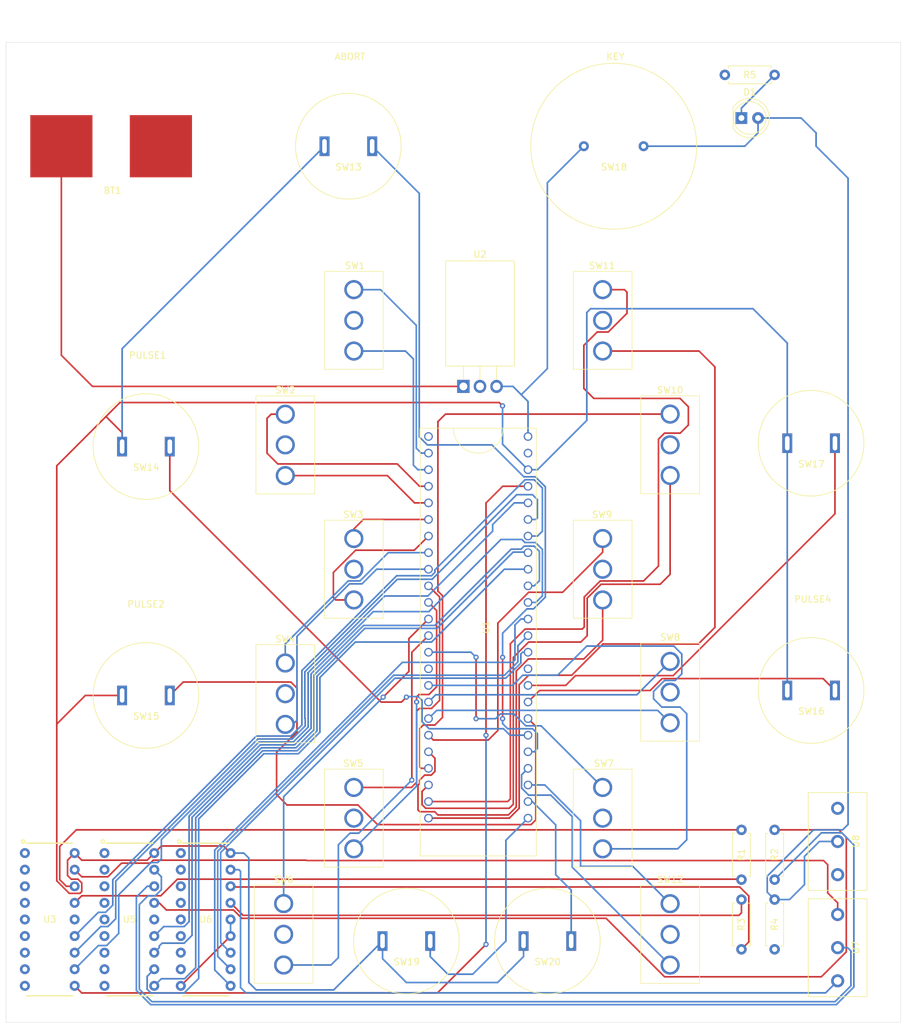
<source format=kicad_pcb>
(kicad_pcb (version 20171130) (host pcbnew "(5.1.10)-1")

  (general
    (thickness 1.6)
    (drawings 10)
    (tracks 605)
    (zones 0)
    (modules 34)
    (nets 85)
  )

  (page A4)
  (title_block
    (date 2020-09-20)
    (rev Launchbox)
    (company v01)
    (comment 4 "Author: Ankit Khandelwal")
  )

  (layers
    (0 F.Cu signal)
    (31 B.Cu signal)
    (32 B.Adhes user)
    (33 F.Adhes user)
    (34 B.Paste user)
    (35 F.Paste user)
    (36 B.SilkS user)
    (37 F.SilkS user)
    (38 B.Mask user)
    (39 F.Mask user)
    (40 Dwgs.User user)
    (41 Cmts.User user)
    (42 Eco1.User user)
    (43 Eco2.User user)
    (44 Edge.Cuts user)
    (45 Margin user)
    (46 B.CrtYd user)
    (47 F.CrtYd user)
    (48 B.Fab user)
    (49 F.Fab user)
  )

  (setup
    (last_trace_width 0.25)
    (trace_clearance 0.2)
    (zone_clearance 0.508)
    (zone_45_only no)
    (trace_min 0.2)
    (via_size 0.8)
    (via_drill 0.4)
    (via_min_size 0.4)
    (via_min_drill 0.3)
    (uvia_size 0.3)
    (uvia_drill 0.1)
    (uvias_allowed no)
    (uvia_min_size 0.2)
    (uvia_min_drill 0.1)
    (edge_width 0.05)
    (segment_width 0.2)
    (pcb_text_width 0.3)
    (pcb_text_size 1.5 1.5)
    (mod_edge_width 0.12)
    (mod_text_size 1 1)
    (mod_text_width 0.15)
    (pad_size 3 1.524)
    (pad_drill 2.2)
    (pad_to_mask_clearance 0.0508)
    (aux_axis_origin 0 0)
    (visible_elements 7FFFFFFF)
    (pcbplotparams
      (layerselection 0x010f0_ffffffff)
      (usegerberextensions true)
      (usegerberattributes false)
      (usegerberadvancedattributes false)
      (creategerberjobfile false)
      (excludeedgelayer true)
      (linewidth 0.100000)
      (plotframeref false)
      (viasonmask false)
      (mode 1)
      (useauxorigin false)
      (hpglpennumber 1)
      (hpglpenspeed 20)
      (hpglpendiameter 15.000000)
      (psnegative false)
      (psa4output false)
      (plotreference true)
      (plotvalue false)
      (plotinvisibletext false)
      (padsonsilk true)
      (subtractmaskfromsilk false)
      (outputformat 1)
      (mirror false)
      (drillshape 0)
      (scaleselection 1)
      (outputdirectory "gerbers/"))
  )

  (net 0 "")
  (net 1 GND)
  (net 2 "Net-(SW1-Pad1)")
  (net 3 "Net-(SW1-Pad3)")
  (net 4 "Net-(SW2-Pad1)")
  (net 5 "Net-(SW2-Pad3)")
  (net 6 "Net-(SW3-Pad3)")
  (net 7 "Net-(SW3-Pad1)")
  (net 8 "Net-(SW4-Pad1)")
  (net 9 "Net-(SW4-Pad3)")
  (net 10 "Net-(SW6-Pad1)")
  (net 11 "Net-(SW6-Pad3)")
  (net 12 "Net-(SW7-Pad3)")
  (net 13 "Net-(SW7-Pad1)")
  (net 14 "Net-(SW8-Pad1)")
  (net 15 "Net-(SW8-Pad3)")
  (net 16 "Net-(SW9-Pad3)")
  (net 17 "Net-(SW9-Pad1)")
  (net 18 "Net-(SW10-Pad3)")
  (net 19 "Net-(SW10-Pad1)")
  (net 20 "Net-(SW11-Pad1)")
  (net 21 "Net-(SW11-Pad3)")
  (net 22 "Net-(SW12-Pad1)")
  (net 23 "Net-(SW12-Pad3)")
  (net 24 "Net-(SW14-Pad2)")
  (net 25 "Net-(SW15-Pad2)")
  (net 26 "Net-(SW16-Pad2)")
  (net 27 "Net-(SW17-Pad2)")
  (net 28 "Net-(U1-Pad13)")
  (net 29 "Net-(U1-Pad14)")
  (net 30 "Net-(U1-Pad15)")
  (net 31 "Net-(U1-Pad16)")
  (net 32 "Net-(U1-Pad17)")
  (net 33 "Net-(U1-Pad18)")
  (net 34 "Net-(U1-Pad19)")
  (net 35 "Net-(U1-Pad20)")
  (net 36 "Net-(U1-Pad21)")
  (net 37 "Net-(U1-Pad22)")
  (net 38 "Net-(U1-Pad23)")
  (net 39 "Net-(SW5-Pad1)")
  (net 40 "Net-(SW5-Pad3)")
  (net 41 "Net-(SW13-Pad2)")
  (net 42 VCC)
  (net 43 "Net-(R1-Pad2)")
  (net 44 "Net-(R1-Pad1)")
  (net 45 "Net-(R2-Pad2)")
  (net 46 "Net-(R2-Pad1)")
  (net 47 "Net-(R3-Pad2)")
  (net 48 "Net-(R3-Pad1)")
  (net 49 "Net-(U3-Pad17)")
  (net 50 "Net-(U5-Pad17)")
  (net 51 "Net-(U6-Pad17)")
  (net 52 "Net-(D1-Pad2)")
  (net 53 "Net-(D1-Pad1)")
  (net 54 3.3V)
  (net 55 "Net-(SW18-Pad1)")
  (net 56 "Net-(U1-Pad41)")
  (net 57 "Net-(SW20-Pad2)")
  (net 58 "Net-(SW19-Pad2)")
  (net 59 "Net-(U1-Pad47)")
  (net 60 "Net-(U3-Pad8)")
  (net 61 "Net-(U3-Pad7)")
  (net 62 "Net-(U3-Pad6)")
  (net 63 "Net-(U3-Pad5)")
  (net 64 "Net-(U3-Pad4)")
  (net 65 "Net-(U3-Pad3)")
  (net 66 "Net-(U3-Pad2)")
  (net 67 "Net-(U3-Pad1)")
  (net 68 "Net-(U5-Pad8)")
  (net 69 "Net-(U5-Pad7)")
  (net 70 "Net-(U5-Pad6)")
  (net 71 "Net-(U5-Pad5)")
  (net 72 "Net-(U5-Pad4)")
  (net 73 "Net-(U5-Pad3)")
  (net 74 "Net-(U5-Pad2)")
  (net 75 "Net-(U5-Pad1)")
  (net 76 "Net-(U6-Pad8)")
  (net 77 "Net-(U6-Pad7)")
  (net 78 "Net-(U6-Pad6)")
  (net 79 "Net-(U6-Pad5)")
  (net 80 "Net-(U6-Pad4)")
  (net 81 "Net-(U6-Pad3)")
  (net 82 "Net-(U6-Pad2)")
  (net 83 "Net-(U6-Pad1)")
  (net 84 "Net-(U8-Pad3)")

  (net_class Default "This is the default net class."
    (clearance 0.2)
    (trace_width 0.25)
    (via_dia 0.8)
    (via_drill 0.4)
    (uvia_dia 0.3)
    (uvia_drill 0.1)
    (add_net 3.3V)
    (add_net GND)
    (add_net "Net-(D1-Pad1)")
    (add_net "Net-(D1-Pad2)")
    (add_net "Net-(R1-Pad1)")
    (add_net "Net-(R1-Pad2)")
    (add_net "Net-(R2-Pad1)")
    (add_net "Net-(R2-Pad2)")
    (add_net "Net-(R3-Pad1)")
    (add_net "Net-(R3-Pad2)")
    (add_net "Net-(SW1-Pad1)")
    (add_net "Net-(SW1-Pad3)")
    (add_net "Net-(SW10-Pad1)")
    (add_net "Net-(SW10-Pad3)")
    (add_net "Net-(SW11-Pad1)")
    (add_net "Net-(SW11-Pad3)")
    (add_net "Net-(SW12-Pad1)")
    (add_net "Net-(SW12-Pad3)")
    (add_net "Net-(SW13-Pad2)")
    (add_net "Net-(SW14-Pad2)")
    (add_net "Net-(SW15-Pad2)")
    (add_net "Net-(SW16-Pad2)")
    (add_net "Net-(SW17-Pad2)")
    (add_net "Net-(SW18-Pad1)")
    (add_net "Net-(SW19-Pad2)")
    (add_net "Net-(SW2-Pad1)")
    (add_net "Net-(SW2-Pad3)")
    (add_net "Net-(SW20-Pad2)")
    (add_net "Net-(SW3-Pad1)")
    (add_net "Net-(SW3-Pad3)")
    (add_net "Net-(SW4-Pad1)")
    (add_net "Net-(SW4-Pad3)")
    (add_net "Net-(SW5-Pad1)")
    (add_net "Net-(SW5-Pad3)")
    (add_net "Net-(SW6-Pad1)")
    (add_net "Net-(SW6-Pad3)")
    (add_net "Net-(SW7-Pad1)")
    (add_net "Net-(SW7-Pad3)")
    (add_net "Net-(SW8-Pad1)")
    (add_net "Net-(SW8-Pad3)")
    (add_net "Net-(SW9-Pad1)")
    (add_net "Net-(SW9-Pad3)")
    (add_net "Net-(U1-Pad13)")
    (add_net "Net-(U1-Pad14)")
    (add_net "Net-(U1-Pad15)")
    (add_net "Net-(U1-Pad16)")
    (add_net "Net-(U1-Pad17)")
    (add_net "Net-(U1-Pad18)")
    (add_net "Net-(U1-Pad19)")
    (add_net "Net-(U1-Pad20)")
    (add_net "Net-(U1-Pad21)")
    (add_net "Net-(U1-Pad22)")
    (add_net "Net-(U1-Pad23)")
    (add_net "Net-(U1-Pad41)")
    (add_net "Net-(U1-Pad47)")
    (add_net "Net-(U3-Pad1)")
    (add_net "Net-(U3-Pad17)")
    (add_net "Net-(U3-Pad2)")
    (add_net "Net-(U3-Pad3)")
    (add_net "Net-(U3-Pad4)")
    (add_net "Net-(U3-Pad5)")
    (add_net "Net-(U3-Pad6)")
    (add_net "Net-(U3-Pad7)")
    (add_net "Net-(U3-Pad8)")
    (add_net "Net-(U5-Pad1)")
    (add_net "Net-(U5-Pad17)")
    (add_net "Net-(U5-Pad2)")
    (add_net "Net-(U5-Pad3)")
    (add_net "Net-(U5-Pad4)")
    (add_net "Net-(U5-Pad5)")
    (add_net "Net-(U5-Pad6)")
    (add_net "Net-(U5-Pad7)")
    (add_net "Net-(U5-Pad8)")
    (add_net "Net-(U6-Pad1)")
    (add_net "Net-(U6-Pad17)")
    (add_net "Net-(U6-Pad2)")
    (add_net "Net-(U6-Pad3)")
    (add_net "Net-(U6-Pad4)")
    (add_net "Net-(U6-Pad5)")
    (add_net "Net-(U6-Pad6)")
    (add_net "Net-(U6-Pad7)")
    (add_net "Net-(U6-Pad8)")
    (add_net "Net-(U8-Pad3)")
    (add_net VCC)
  )

  (module Launchbox:Pushbutton (layer F.Cu) (tedit 61B549AB) (tstamp 61B601D2)
    (at 110.49 167.64)
    (path /5F6D7EE9)
    (fp_text reference SW20 (at 0.04064 3.19024) (layer F.SilkS)
      (effects (font (size 1 1) (thickness 0.15)))
    )
    (fp_text value SW_Push (at 0.0254 -3.6068) (layer F.Fab)
      (effects (font (size 1 1) (thickness 0.15)))
    )
    (fp_circle (center 0 0) (end 8.085 0) (layer F.SilkS) (width 0.12))
    (pad 1 thru_hole rect (at -3.65 0 90) (size 3 1.524) (drill oval 2.2 0.7) (layers *.Cu *.Mask)
      (net 54 3.3V))
    (pad 2 thru_hole rect (at 3.65 0 90) (size 3 1.524) (drill oval 2.2 0.7) (layers *.Cu *.Mask)
      (net 57 "Net-(SW20-Pad2)"))
    (model "${KISYS3DMOD}/PCBs/12mm flat Round head Waterproof Momentary Latching Metal Push Button Switch v11.step"
      (offset (xyz 0 0 19.05))
      (scale (xyz 1 1 1))
      (rotate (xyz 0 0 0))
    )
  )

  (module Launchbox:Pushbutton (layer F.Cu) (tedit 61B5498D) (tstamp 61B6019A)
    (at 88.9 167.64)
    (path /5F6D7EE9)
    (fp_text reference SW19 (at 0.04064 3.19024) (layer F.SilkS)
      (effects (font (size 1 1) (thickness 0.15)))
    )
    (fp_text value SW_Push (at 0.0254 -3.6068) (layer F.Fab)
      (effects (font (size 1 1) (thickness 0.15)))
    )
    (fp_circle (center 0 0) (end 8.085 0) (layer F.SilkS) (width 0.12))
    (pad 2 thru_hole rect (at 3.65 0 90) (size 3 1.524) (drill oval 2.2 0.7) (layers *.Cu *.Mask)
      (net 58 "Net-(SW19-Pad2)"))
    (pad 1 thru_hole rect (at -3.65 0 90) (size 3 1.524) (drill oval 2.2 0.7) (layers *.Cu *.Mask)
      (net 54 3.3V))
    (model "${KISYS3DMOD}/PCBs/12mm flat Round head Waterproof Momentary Latching Metal Push Button Switch v11.step"
      (offset (xyz 0 0 19.05))
      (scale (xyz 1 1 1))
      (rotate (xyz 0 0 0))
    )
  )

  (module Launchbox:Pushbutton (layer F.Cu) (tedit 60FE1883) (tstamp 60161C5C)
    (at 120.65 45.974)
    (path /60343190)
    (fp_text reference SW18 (at 0.04064 3.19024) (layer F.SilkS)
      (effects (font (size 1 1) (thickness 0.15)))
    )
    (fp_text value SW_Push (at 0.0254 -3.6068) (layer F.Fab)
      (effects (font (size 1 1) (thickness 0.15)))
    )
    (fp_circle (center 0 0) (end 12.7 0) (layer F.SilkS) (width 0.12))
    (pad 1 thru_hole circle (at -4.572 0 90) (size 1.524 1.524) (drill 0.762) (layers *.Cu *.Mask)
      (net 55 "Net-(SW18-Pad1)"))
    (pad 2 thru_hole circle (at 4.572 0 90) (size 1.524 1.524) (drill 0.762) (layers *.Cu *.Mask)
      (net 52 "Net-(D1-Pad2)"))
    (model ${KISYS3DMOD}/PCBs/switch_com-119xx.stp
      (offset (xyz 0 0 43.18))
      (scale (xyz 1 1 1))
      (rotate (xyz -90 0 0))
    )
  )

  (module Launchbox:Pushbutton (layer F.Cu) (tedit 60FD7211) (tstamp 60161BB4)
    (at 150.876 91.44)
    (path /5F6D96EF)
    (fp_text reference SW17 (at 0.04064 3.19024) (layer F.SilkS)
      (effects (font (size 1 1) (thickness 0.15)))
    )
    (fp_text value SW_Push (at 0.0254 -3.6068) (layer F.Fab)
      (effects (font (size 1 1) (thickness 0.15)))
    )
    (fp_circle (center 0 0) (end 8.085 0) (layer F.SilkS) (width 0.12))
    (pad 2 thru_hole rect (at 3.65 0 90) (size 3 1.524) (drill oval 2.2 0.7) (layers *.Cu *.Mask)
      (net 27 "Net-(SW17-Pad2)"))
    (pad 1 thru_hole rect (at -3.65 0 90) (size 3 1.524) (drill oval 2.2 0.7) (layers *.Cu *.Mask)
      (net 54 3.3V))
    (model "${KISYS3DMOD}/PCBs/12mm flat Round head Waterproof Momentary Latching Metal Push Button Switch v11.step"
      (offset (xyz 0 0 19.05))
      (scale (xyz 1 1 1))
      (rotate (xyz 0 0 0))
    )
  )

  (module Launchbox:Pushbutton (layer F.Cu) (tedit 60FD7211) (tstamp 5F67F6D0)
    (at 49.022 130.048)
    (path /5F6D7EE9)
    (fp_text reference SW15 (at 0.04064 3.19024) (layer F.SilkS)
      (effects (font (size 1 1) (thickness 0.15)))
    )
    (fp_text value SW_Push (at 0.0254 -3.6068) (layer F.Fab)
      (effects (font (size 1 1) (thickness 0.15)))
    )
    (fp_circle (center 0 0) (end 8.085 0) (layer F.SilkS) (width 0.12))
    (pad 2 thru_hole rect (at 3.65 0 90) (size 3 1.524) (drill oval 2.2 0.7) (layers *.Cu *.Mask)
      (net 25 "Net-(SW15-Pad2)"))
    (pad 1 thru_hole rect (at -3.65 0 90) (size 3 1.524) (drill oval 2.2 0.7) (layers *.Cu *.Mask)
      (net 54 3.3V))
    (model "${KISYS3DMOD}/PCBs/12mm flat Round head Waterproof Momentary Latching Metal Push Button Switch v11.step"
      (offset (xyz 0 0 19.05))
      (scale (xyz 1 1 1))
      (rotate (xyz 0 0 0))
    )
  )

  (module Launchbox:Pushbutton (layer F.Cu) (tedit 60FD7211) (tstamp 5F680CE5)
    (at 150.876 129.286)
    (path /5F6D9158)
    (fp_text reference SW16 (at 0.04064 3.19024) (layer F.SilkS)
      (effects (font (size 1 1) (thickness 0.15)))
    )
    (fp_text value SW_Push (at 0.0254 -3.6068) (layer F.Fab)
      (effects (font (size 1 1) (thickness 0.15)))
    )
    (fp_circle (center 0 0) (end 8.085 0) (layer F.SilkS) (width 0.12))
    (pad 2 thru_hole rect (at 3.65 0 90) (size 3 1.524) (drill oval 2.2 0.7) (layers *.Cu *.Mask)
      (net 26 "Net-(SW16-Pad2)"))
    (pad 1 thru_hole rect (at -3.65 0 90) (size 3 1.524) (drill oval 2.2 0.7) (layers *.Cu *.Mask)
      (net 54 3.3V))
    (model "${KISYS3DMOD}/PCBs/12mm flat Round head Waterproof Momentary Latching Metal Push Button Switch v11.step"
      (offset (xyz 0 0 19.05))
      (scale (xyz 1 1 1))
      (rotate (xyz 0 0 0))
    )
  )

  (module Launchbox:Pushbutton (layer F.Cu) (tedit 60FD7211) (tstamp 60161C37)
    (at 80.01 45.974)
    (path /5F6D38A1)
    (fp_text reference SW13 (at 0.04064 3.19024) (layer F.SilkS)
      (effects (font (size 1 1) (thickness 0.15)))
    )
    (fp_text value SW_Push (at 0.0254 -3.6068) (layer F.Fab)
      (effects (font (size 1 1) (thickness 0.15)))
    )
    (fp_circle (center 0 0) (end 8.085 0) (layer F.SilkS) (width 0.12))
    (pad 2 thru_hole rect (at 3.65 0 90) (size 3 1.524) (drill oval 2.2 0.7) (layers *.Cu *.Mask)
      (net 41 "Net-(SW13-Pad2)"))
    (pad 1 thru_hole rect (at -3.65 0 90) (size 3 1.524) (drill oval 2.2 0.7) (layers *.Cu *.Mask)
      (net 54 3.3V))
    (model "${KISYS3DMOD}/PCBs/12mm flat Round head Waterproof Momentary Latching Metal Push Button Switch v11.step"
      (offset (xyz 0 0 19.304))
      (scale (xyz 1 1 1))
      (rotate (xyz 0 0 0))
    )
  )

  (module Launchbox:Pushbutton (layer F.Cu) (tedit 60FD7211) (tstamp 5F68065E)
    (at 49.022 91.948)
    (path /5F6D856D)
    (fp_text reference SW14 (at 0.04064 3.19024) (layer F.SilkS)
      (effects (font (size 1 1) (thickness 0.15)))
    )
    (fp_text value SW_Push (at 0.0254 -3.6068) (layer F.Fab)
      (effects (font (size 1 1) (thickness 0.15)))
    )
    (fp_circle (center 0 0) (end 8.085 0) (layer F.SilkS) (width 0.12))
    (pad 2 thru_hole rect (at 3.65 0 90) (size 3 1.524) (drill oval 2.2 0.7) (layers *.Cu *.Mask)
      (net 24 "Net-(SW14-Pad2)"))
    (pad 1 thru_hole rect (at -3.65 0 90) (size 3 1.524) (drill oval 2.2 0.7) (layers *.Cu *.Mask)
      (net 54 3.3V))
    (model "${KISYS3DMOD}/PCBs/12mm flat Round head Waterproof Momentary Latching Metal Push Button Switch v11.step"
      (offset (xyz 0 0 19.05))
      (scale (xyz 1 1 1))
      (rotate (xyz 0 0 0))
    )
  )

  (module "Launchbox:Teensy 3.6" (layer F.Cu) (tedit 60C7D03E) (tstamp 601613BC)
    (at 99.905 119.619 90)
    (path /5F6324D3)
    (fp_text reference U1 (at 0 1.187 90) (layer F.SilkS)
      (effects (font (size 1 1) (thickness 0.15)))
    )
    (fp_text value Teensy3.6 (at -0.523 -1.353 90) (layer F.Fab)
      (effects (font (size 1 1) (thickness 0.15)))
    )
    (fp_line (start -35 -8.89) (end 30.48 -8.89) (layer F.SilkS) (width 0.1016))
    (fp_line (start 30.48 8.89) (end 30.48 -8.89) (layer F.SilkS) (width 0.1016))
    (fp_line (start -35 8.89) (end 30.48 8.89) (layer F.SilkS) (width 0.1016))
    (fp_line (start -35 -8.89) (end -35 8.89) (layer F.SilkS) (width 0.1016))
    (fp_arc (start 30.48 0) (end 30.48 3.81) (angle 180) (layer F.SilkS) (width 0.1016))
    (pad 32 thru_hole circle (at -29.21 -7.62 90) (size 1.3208 1.3208) (drill 0.9398) (layers *.Cu *.Mask)
      (net 21 "Net-(SW11-Pad3)"))
    (pad 31 thru_hole circle (at -26.67 -7.62 90) (size 1.3208 1.3208) (drill 0.9398) (layers *.Cu *.Mask)
      (net 20 "Net-(SW11-Pad1)"))
    (pad 30 thru_hole circle (at -24.13 -7.62 90) (size 1.3208 1.3208) (drill 0.9398) (layers *.Cu *.Mask)
      (net 18 "Net-(SW10-Pad3)"))
    (pad 29 thru_hole circle (at -21.59 -7.62 90) (size 1.3208 1.3208) (drill 0.9398) (layers *.Cu *.Mask)
      (net 19 "Net-(SW10-Pad1)"))
    (pad 28 thru_hole circle (at -19.05 -7.62 90) (size 1.3208 1.3208) (drill 0.9398) (layers *.Cu *.Mask)
      (net 16 "Net-(SW9-Pad3)"))
    (pad 27 thru_hole circle (at -16.51 -7.62 90) (size 1.3208 1.3208) (drill 0.9398) (layers *.Cu *.Mask)
      (net 17 "Net-(SW9-Pad1)"))
    (pad 26 thru_hole circle (at -13.97 -7.62 90) (size 1.3208 1.3208) (drill 0.9398) (layers *.Cu *.Mask)
      (net 15 "Net-(SW8-Pad3)"))
    (pad 25 thru_hole circle (at -11.43 -7.62 90) (size 1.3208 1.3208) (drill 0.9398) (layers *.Cu *.Mask)
      (net 14 "Net-(SW8-Pad1)"))
    (pad 24 thru_hole circle (at -8.89 -7.62 90) (size 1.3208 1.3208) (drill 0.9398) (layers *.Cu *.Mask)
      (net 12 "Net-(SW7-Pad3)"))
    (pad 47 thru_hole circle (at -6.35 -7.62 90) (size 1.3208 1.3208) (drill 0.9398) (layers *.Cu *.Mask)
      (net 59 "Net-(U1-Pad47)"))
    (pad 12 thru_hole circle (at -3.81 -7.62 90) (size 1.3208 1.3208) (drill 0.9398) (layers *.Cu *.Mask)
      (net 13 "Net-(SW7-Pad1)"))
    (pad 11 thru_hole circle (at -1.27 -7.62 90) (size 1.3208 1.3208) (drill 0.9398) (layers *.Cu *.Mask)
      (net 11 "Net-(SW6-Pad3)"))
    (pad 10 thru_hole circle (at 1.27 -7.62 90) (size 1.3208 1.3208) (drill 0.9398) (layers *.Cu *.Mask)
      (net 10 "Net-(SW6-Pad1)"))
    (pad 9 thru_hole circle (at 3.81 -7.62 90) (size 1.3208 1.3208) (drill 0.9398) (layers *.Cu *.Mask)
      (net 40 "Net-(SW5-Pad3)"))
    (pad 8 thru_hole circle (at 6.35 -7.62 90) (size 1.3208 1.3208) (drill 0.9398) (layers *.Cu *.Mask)
      (net 39 "Net-(SW5-Pad1)"))
    (pad 7 thru_hole circle (at 8.89 -7.62 90) (size 1.3208 1.3208) (drill 0.9398) (layers *.Cu *.Mask)
      (net 9 "Net-(SW4-Pad3)"))
    (pad 6 thru_hole circle (at 11.43 -7.62 90) (size 1.3208 1.3208) (drill 0.9398) (layers *.Cu *.Mask)
      (net 8 "Net-(SW4-Pad1)"))
    (pad 5 thru_hole circle (at 13.97 -7.62 90) (size 1.3208 1.3208) (drill 0.9398) (layers *.Cu *.Mask)
      (net 6 "Net-(SW3-Pad3)"))
    (pad 4 thru_hole circle (at 16.51 -7.62 90) (size 1.3208 1.3208) (drill 0.9398) (layers *.Cu *.Mask)
      (net 7 "Net-(SW3-Pad1)"))
    (pad 3 thru_hole circle (at 19.05 -7.62 90) (size 1.3208 1.3208) (drill 0.9398) (layers *.Cu *.Mask)
      (net 5 "Net-(SW2-Pad3)"))
    (pad 2 thru_hole circle (at 21.59 -7.62 90) (size 1.3208 1.3208) (drill 0.9398) (layers *.Cu *.Mask)
      (net 4 "Net-(SW2-Pad1)"))
    (pad 1 thru_hole circle (at 24.13 -7.62 90) (size 1.3208 1.3208) (drill 0.9398) (layers *.Cu *.Mask)
      (net 3 "Net-(SW1-Pad3)"))
    (pad 0 thru_hole circle (at 26.67 -7.62 90) (size 1.3208 1.3208) (drill 0.9398) (layers *.Cu *.Mask)
      (net 2 "Net-(SW1-Pad1)"))
    (pad 46 thru_hole circle (at 29.21 -7.62 90) (size 1.3208 1.3208) (drill 0.9398) (layers *.Cu *.Mask)
      (net 1 GND))
    (pad 33 thru_hole circle (at -29.21 7.62 90) (size 1.3208 1.3208) (drill 0.9398) (layers *.Cu *.Mask)
      (net 58 "Net-(SW19-Pad2)"))
    (pad 34 thru_hole circle (at -26.67 7.62 90) (size 1.3208 1.3208) (drill 0.9398) (layers *.Cu *.Mask)
      (net 57 "Net-(SW20-Pad2)"))
    (pad 35 thru_hole circle (at -24.13 7.62 90) (size 1.3208 1.3208) (drill 0.9398) (layers *.Cu *.Mask)
      (net 22 "Net-(SW12-Pad1)"))
    (pad 36 thru_hole circle (at -21.59 7.62 90) (size 1.3208 1.3208) (drill 0.9398) (layers *.Cu *.Mask)
      (net 23 "Net-(SW12-Pad3)"))
    (pad 37 thru_hole circle (at -19.05 7.62 90) (size 1.3208 1.3208) (drill 0.9398) (layers *.Cu *.Mask)
      (net 41 "Net-(SW13-Pad2)"))
    (pad 38 thru_hole circle (at -16.51 7.62 90) (size 1.3208 1.3208) (drill 0.9398) (layers *.Cu *.Mask)
      (net 24 "Net-(SW14-Pad2)"))
    (pad 39 thru_hole circle (at -13.97 7.62 90) (size 1.3208 1.3208) (drill 0.9398) (layers *.Cu *.Mask)
      (net 25 "Net-(SW15-Pad2)"))
    (pad 45 thru_hole circle (at -11.43 7.62 90) (size 1.3208 1.3208) (drill 0.9398) (layers *.Cu *.Mask)
      (net 26 "Net-(SW16-Pad2)"))
    (pad 44 thru_hole circle (at -8.89 7.62 90) (size 1.3208 1.3208) (drill 0.9398) (layers *.Cu *.Mask)
      (net 27 "Net-(SW17-Pad2)"))
    (pad 43 thru_hole circle (at -6.35 7.62 90) (size 1.3208 1.3208) (drill 0.9398) (layers *.Cu *.Mask)
      (net 1 GND))
    (pad 13 thru_hole circle (at -3.81 7.62 90) (size 1.3208 1.3208) (drill 0.9398) (layers *.Cu *.Mask)
      (net 28 "Net-(U1-Pad13)"))
    (pad 14 thru_hole circle (at -1.27 7.62 90) (size 1.3208 1.3208) (drill 0.9398) (layers *.Cu *.Mask)
      (net 29 "Net-(U1-Pad14)"))
    (pad 15 thru_hole circle (at 1.27 7.62 90) (size 1.3208 1.3208) (drill 0.9398) (layers *.Cu *.Mask)
      (net 30 "Net-(U1-Pad15)"))
    (pad 16 thru_hole circle (at 3.81 7.62 90) (size 1.3208 1.3208) (drill 0.9398) (layers *.Cu *.Mask)
      (net 31 "Net-(U1-Pad16)"))
    (pad 17 thru_hole circle (at 6.35 7.62 90) (size 1.3208 1.3208) (drill 0.9398) (layers *.Cu *.Mask)
      (net 32 "Net-(U1-Pad17)"))
    (pad 18 thru_hole circle (at 8.89 7.62 90) (size 1.3208 1.3208) (drill 0.9398) (layers *.Cu *.Mask)
      (net 33 "Net-(U1-Pad18)"))
    (pad 19 thru_hole circle (at 11.43 7.62 90) (size 1.3208 1.3208) (drill 0.9398) (layers *.Cu *.Mask)
      (net 34 "Net-(U1-Pad19)"))
    (pad 20 thru_hole circle (at 13.97 7.62 90) (size 1.3208 1.3208) (drill 0.9398) (layers *.Cu *.Mask)
      (net 35 "Net-(U1-Pad20)"))
    (pad 21 thru_hole circle (at 16.51 7.62 90) (size 1.3208 1.3208) (drill 0.9398) (layers *.Cu *.Mask)
      (net 36 "Net-(U1-Pad21)"))
    (pad 22 thru_hole circle (at 19.05 7.62 90) (size 1.3208 1.3208) (drill 0.9398) (layers *.Cu *.Mask)
      (net 37 "Net-(U1-Pad22)"))
    (pad 23 thru_hole circle (at 21.59 7.62 90) (size 1.3208 1.3208) (drill 0.9398) (layers *.Cu *.Mask)
      (net 38 "Net-(U1-Pad23)"))
    (pad 42 thru_hole circle (at 24.13 7.62 90) (size 1.3208 1.3208) (drill 0.9398) (layers *.Cu *.Mask)
      (net 54 3.3V))
    (pad 41 thru_hole circle (at 26.67 7.62 90) (size 1.3208 1.3208) (drill 0.9398) (layers *.Cu *.Mask)
      (net 56 "Net-(U1-Pad41)"))
    (pad 40 thru_hole circle (at 29.21 7.62 90) (size 1.3208 1.3208) (drill 0.9398) (layers *.Cu *.Mask)
      (net 55 "Net-(SW18-Pad1)"))
    (model "${KISYS3DMOD}/PCBs/Teensy 3.5 - 3.6.step"
      (offset (xyz 30.48 -8.635999999999999 2.54))
      (scale (xyz 1 1 1))
      (rotate (xyz 0 0 -90))
    )
  )

  (module Launchbox:HT12E (layer F.Cu) (tedit 60156723) (tstamp 6015CE28)
    (at 34.29 164.338 270)
    (path /60317FE6)
    (fp_text reference U3 (at 0 0 180) (layer F.SilkS)
      (effects (font (size 1 1) (thickness 0.15)))
    )
    (fp_text value HT12E (at 1.778 0 180) (layer F.Fab)
      (effects (font (size 1 1) (thickness 0.15)))
    )
    (fp_circle (center -11.938 4.064) (end -11.684 4.064) (layer F.SilkS) (width 0.2032))
    (fp_line (start 11.684 -3.556) (end 11.684 3.556) (layer F.SilkS) (width 0.2032))
    (fp_line (start -11.684 -3.556) (end -11.684 3.556) (layer F.SilkS) (width 0.2032))
    (fp_line (start 11.684 -3.556) (end -11.684 -3.556) (layer F.Fab) (width 0.1016))
    (fp_line (start 11.684 3.556) (end -11.684 3.556) (layer F.Fab) (width 0.1016))
    (fp_line (start -11.684 3.556) (end -11.684 -3.556) (layer F.Fab) (width 0.1016))
    (fp_line (start 11.684 3.556) (end 11.684 -3.556) (layer F.Fab) (width 0.1016))
    (fp_arc (start -11.684 0) (end -11.684 -1.27) (angle 180) (layer F.Fab) (width 0.1016))
    (pad 1 thru_hole circle (at -10.16 3.81 270) (size 1.524 1.524) (drill 0.762) (layers *.Cu *.Mask)
      (net 67 "Net-(U3-Pad1)"))
    (pad 2 thru_hole circle (at -7.62 3.81 270) (size 1.524 1.524) (drill 0.762) (layers *.Cu *.Mask)
      (net 66 "Net-(U3-Pad2)"))
    (pad 3 thru_hole circle (at -5.08 3.81 270) (size 1.524 1.524) (drill 0.762) (layers *.Cu *.Mask)
      (net 65 "Net-(U3-Pad3)"))
    (pad 4 thru_hole circle (at -2.54 3.81 270) (size 1.524 1.524) (drill 0.762) (layers *.Cu *.Mask)
      (net 64 "Net-(U3-Pad4)"))
    (pad 5 thru_hole circle (at 0 3.81 270) (size 1.524 1.524) (drill 0.762) (layers *.Cu *.Mask)
      (net 63 "Net-(U3-Pad5)"))
    (pad 6 thru_hole circle (at 2.54 3.81 270) (size 1.524 1.524) (drill 0.762) (layers *.Cu *.Mask)
      (net 62 "Net-(U3-Pad6)"))
    (pad 7 thru_hole circle (at 5.08 3.81 270) (size 1.524 1.524) (drill 0.762) (layers *.Cu *.Mask)
      (net 61 "Net-(U3-Pad7)"))
    (pad 8 thru_hole circle (at 7.62 3.81 270) (size 1.524 1.524) (drill 0.762) (layers *.Cu *.Mask)
      (net 60 "Net-(U3-Pad8)"))
    (pad 9 thru_hole circle (at 10.16 3.81 270) (size 1.524 1.524) (drill 0.762) (layers *.Cu *.Mask)
      (net 1 GND))
    (pad 10 thru_hole circle (at 10.16 -3.81 270) (size 1.524 1.524) (drill 0.762) (layers *.Cu *.Mask)
      (net 38 "Net-(U1-Pad23)"))
    (pad 15 thru_hole circle (at -2.54 -3.81 270) (size 1.524 1.524) (drill 0.762) (layers *.Cu *.Mask)
      (net 43 "Net-(R1-Pad2)"))
    (pad 14 thru_hole circle (at 0 -3.81 270) (size 1.524 1.524) (drill 0.762) (layers *.Cu *.Mask)
      (net 1 GND))
    (pad 13 thru_hole circle (at 2.54 -3.81 270) (size 1.524 1.524) (drill 0.762) (layers *.Cu *.Mask)
      (net 35 "Net-(U1-Pad20)"))
    (pad 16 thru_hole circle (at -5.08 -3.81 270) (size 1.524 1.524) (drill 0.762) (layers *.Cu *.Mask)
      (net 44 "Net-(R1-Pad1)"))
    (pad 18 thru_hole circle (at -10.16 -3.81 270) (size 1.524 1.524) (drill 0.762) (layers *.Cu *.Mask)
      (net 54 3.3V))
    (pad 11 thru_hole circle (at 7.62 -3.81 270) (size 1.524 1.524) (drill 0.762) (layers *.Cu *.Mask)
      (net 37 "Net-(U1-Pad22)"))
    (pad 12 thru_hole circle (at 5.08 -3.81 270) (size 1.524 1.524) (drill 0.762) (layers *.Cu *.Mask)
      (net 36 "Net-(U1-Pad21)"))
    (pad 17 thru_hole circle (at -7.62 -3.81 270) (size 1.524 1.524) (drill 0.762) (layers *.Cu *.Mask)
      (net 49 "Net-(U3-Pad17)"))
    (model ${KISYS3DMOD}/Package_DIP.3dshapes/DIP-18_W7.62mm.step
      (offset (xyz -10.16 -3.81 0))
      (scale (xyz 1 1 1))
      (rotate (xyz 0 0 -90))
    )
  )

  (module Resistor_THT:R_Axial_DIN0207_L6.3mm_D2.5mm_P7.62mm_Horizontal (layer F.Cu) (tedit 5AE5139B) (tstamp 601A1B81)
    (at 137.668 35.052)
    (descr "Resistor, Axial_DIN0207 series, Axial, Horizontal, pin pitch=7.62mm, 0.25W = 1/4W, length*diameter=6.3*2.5mm^2, http://cdn-reichelt.de/documents/datenblatt/B400/1_4W%23YAG.pdf")
    (tags "Resistor Axial_DIN0207 series Axial Horizontal pin pitch 7.62mm 0.25W = 1/4W length 6.3mm diameter 2.5mm")
    (path /60230841)
    (fp_text reference R5 (at 3.81 0) (layer F.SilkS)
      (effects (font (size 1 1) (thickness 0.15)))
    )
    (fp_text value R_US (at 3.81 2.37) (layer F.Fab)
      (effects (font (size 1 1) (thickness 0.15)))
    )
    (fp_line (start 8.67 -1.5) (end -1.05 -1.5) (layer F.CrtYd) (width 0.05))
    (fp_line (start 8.67 1.5) (end 8.67 -1.5) (layer F.CrtYd) (width 0.05))
    (fp_line (start -1.05 1.5) (end 8.67 1.5) (layer F.CrtYd) (width 0.05))
    (fp_line (start -1.05 -1.5) (end -1.05 1.5) (layer F.CrtYd) (width 0.05))
    (fp_line (start 7.08 1.37) (end 7.08 1.04) (layer F.SilkS) (width 0.12))
    (fp_line (start 0.54 1.37) (end 7.08 1.37) (layer F.SilkS) (width 0.12))
    (fp_line (start 0.54 1.04) (end 0.54 1.37) (layer F.SilkS) (width 0.12))
    (fp_line (start 7.08 -1.37) (end 7.08 -1.04) (layer F.SilkS) (width 0.12))
    (fp_line (start 0.54 -1.37) (end 7.08 -1.37) (layer F.SilkS) (width 0.12))
    (fp_line (start 0.54 -1.04) (end 0.54 -1.37) (layer F.SilkS) (width 0.12))
    (fp_line (start 7.62 0) (end 6.96 0) (layer F.Fab) (width 0.1))
    (fp_line (start 0 0) (end 0.66 0) (layer F.Fab) (width 0.1))
    (fp_line (start 6.96 -1.25) (end 0.66 -1.25) (layer F.Fab) (width 0.1))
    (fp_line (start 6.96 1.25) (end 6.96 -1.25) (layer F.Fab) (width 0.1))
    (fp_line (start 0.66 1.25) (end 6.96 1.25) (layer F.Fab) (width 0.1))
    (fp_line (start 0.66 -1.25) (end 0.66 1.25) (layer F.Fab) (width 0.1))
    (fp_text user %R (at 3.81 0) (layer F.Fab)
      (effects (font (size 1 1) (thickness 0.15)))
    )
    (pad 2 thru_hole oval (at 7.62 0) (size 1.6 1.6) (drill 0.8) (layers *.Cu *.Mask)
      (net 53 "Net-(D1-Pad1)"))
    (pad 1 thru_hole circle (at 0 0) (size 1.6 1.6) (drill 0.8) (layers *.Cu *.Mask)
      (net 1 GND))
    (model ${KISYS3DMOD}/Resistor_THT.3dshapes/R_Axial_DIN0207_L6.3mm_D2.5mm_P7.62mm_Horizontal.wrl
      (at (xyz 0 0 0))
      (scale (xyz 1 1 1))
      (rotate (xyz 0 0 0))
    )
  )

  (module LED_THT:LED_D5.0mm (layer F.Cu) (tedit 5995936A) (tstamp 601A1B12)
    (at 140.208 41.656)
    (descr "LED, diameter 5.0mm, 2 pins, http://cdn-reichelt.de/documents/datenblatt/A500/LL-504BC2E-009.pdf")
    (tags "LED diameter 5.0mm 2 pins")
    (path /6021C346)
    (fp_text reference D1 (at 1.27 -3.96) (layer F.SilkS)
      (effects (font (size 1 1) (thickness 0.15)))
    )
    (fp_text value LED (at 1.27 3.96) (layer F.Fab)
      (effects (font (size 1 1) (thickness 0.15)))
    )
    (fp_line (start 4.5 -3.25) (end -1.95 -3.25) (layer F.CrtYd) (width 0.05))
    (fp_line (start 4.5 3.25) (end 4.5 -3.25) (layer F.CrtYd) (width 0.05))
    (fp_line (start -1.95 3.25) (end 4.5 3.25) (layer F.CrtYd) (width 0.05))
    (fp_line (start -1.95 -3.25) (end -1.95 3.25) (layer F.CrtYd) (width 0.05))
    (fp_line (start -1.29 -1.545) (end -1.29 1.545) (layer F.SilkS) (width 0.12))
    (fp_line (start -1.23 -1.469694) (end -1.23 1.469694) (layer F.Fab) (width 0.1))
    (fp_circle (center 1.27 0) (end 3.77 0) (layer F.SilkS) (width 0.12))
    (fp_circle (center 1.27 0) (end 3.77 0) (layer F.Fab) (width 0.1))
    (fp_text user %R (at 1.25 0) (layer F.Fab)
      (effects (font (size 0.8 0.8) (thickness 0.2)))
    )
    (fp_arc (start 1.27 0) (end -1.29 1.54483) (angle -148.9) (layer F.SilkS) (width 0.12))
    (fp_arc (start 1.27 0) (end -1.29 -1.54483) (angle 148.9) (layer F.SilkS) (width 0.12))
    (fp_arc (start 1.27 0) (end -1.23 -1.469694) (angle 299.1) (layer F.Fab) (width 0.1))
    (pad 2 thru_hole circle (at 2.54 0) (size 1.8 1.8) (drill 0.9) (layers *.Cu *.Mask)
      (net 52 "Net-(D1-Pad2)"))
    (pad 1 thru_hole rect (at 0 0) (size 1.8 1.8) (drill 0.9) (layers *.Cu *.Mask)
      (net 53 "Net-(D1-Pad1)"))
    (model ${KISYS3DMOD}/LED_THT.3dshapes/LED_D5.0mm.wrl
      (at (xyz 0 0 0))
      (scale (xyz 1 1 1))
      (rotate (xyz 0 0 0))
    )
  )

  (module Launchbox:SPDT_Slide_Switch (layer F.Cu) (tedit 6015C745) (tstamp 5F67F68E)
    (at 129.286 129.54 270)
    (path /5F606A46)
    (fp_text reference SW8 (at -8.382 0 180) (layer F.SilkS)
      (effects (font (size 1 1) (thickness 0.15)))
    )
    (fp_text value SW_SPDT_MSM (at -0.0254 -3.302 90) (layer F.Fab)
      (effects (font (size 1 1) (thickness 0.15)))
    )
    (fp_line (start 7.5 4.5) (end 7.5 -4.5) (layer F.SilkS) (width 0.1016))
    (fp_line (start -7.5 -4.5) (end 7.5 -4.5) (layer F.SilkS) (width 0.1016))
    (fp_line (start -7.5 4.5) (end -7.5 -4.5) (layer F.SilkS) (width 0.1016))
    (fp_line (start -7.5 4.5) (end 7.5 4.5) (layer F.SilkS) (width 0.1016))
    (pad 3 thru_hole circle (at 4.699 0 270) (size 2.921 2.921) (drill 2.159) (layers *.Cu *.Mask)
      (net 15 "Net-(SW8-Pad3)"))
    (pad 2 thru_hole circle (at 0 0 270) (size 2.921 2.921) (drill 2.159) (layers *.Cu *.Mask)
      (net 1 GND))
    (pad 1 thru_hole circle (at -4.699 0 270) (size 2.921 2.921) (drill 2.159) (layers *.Cu *.Mask)
      (net 14 "Net-(SW8-Pad1)"))
    (model "C:/Program Files/KiCad/share/kicad/modules/Button_Switch_THT.pretty/Eledis 1A11-NF1STSE SPDT Toggle Switch.stp"
      (offset (xyz -4.826 0 0))
      (scale (xyz 1 1 1))
      (rotate (xyz 0 0 0))
    )
  )

  (module Launchbox:HT12E (layer F.Cu) (tedit 60156723) (tstamp 601620A7)
    (at 58.166 164.338 270)
    (path /6039DE46)
    (fp_text reference U6 (at 0 0 180) (layer F.SilkS)
      (effects (font (size 1 1) (thickness 0.15)))
    )
    (fp_text value HT12E (at 1.778 -0.254 180) (layer F.Fab)
      (effects (font (size 1 1) (thickness 0.15)))
    )
    (fp_circle (center -11.938 4.064) (end -11.684 4.064) (layer F.SilkS) (width 0.2032))
    (fp_line (start 11.684 -3.556) (end 11.684 3.556) (layer F.SilkS) (width 0.2032))
    (fp_line (start -11.684 -3.556) (end -11.684 3.556) (layer F.SilkS) (width 0.2032))
    (fp_line (start 11.684 -3.556) (end -11.684 -3.556) (layer F.Fab) (width 0.1016))
    (fp_line (start 11.684 3.556) (end -11.684 3.556) (layer F.Fab) (width 0.1016))
    (fp_line (start -11.684 3.556) (end -11.684 -3.556) (layer F.Fab) (width 0.1016))
    (fp_line (start 11.684 3.556) (end 11.684 -3.556) (layer F.Fab) (width 0.1016))
    (fp_arc (start -11.684 0) (end -11.684 -1.27) (angle 180) (layer F.Fab) (width 0.1016))
    (pad 1 thru_hole circle (at -10.16 3.81 270) (size 1.524 1.524) (drill 0.762) (layers *.Cu *.Mask)
      (net 83 "Net-(U6-Pad1)"))
    (pad 2 thru_hole circle (at -7.62 3.81 270) (size 1.524 1.524) (drill 0.762) (layers *.Cu *.Mask)
      (net 82 "Net-(U6-Pad2)"))
    (pad 3 thru_hole circle (at -5.08 3.81 270) (size 1.524 1.524) (drill 0.762) (layers *.Cu *.Mask)
      (net 81 "Net-(U6-Pad3)"))
    (pad 4 thru_hole circle (at -2.54 3.81 270) (size 1.524 1.524) (drill 0.762) (layers *.Cu *.Mask)
      (net 80 "Net-(U6-Pad4)"))
    (pad 5 thru_hole circle (at 0 3.81 270) (size 1.524 1.524) (drill 0.762) (layers *.Cu *.Mask)
      (net 79 "Net-(U6-Pad5)"))
    (pad 6 thru_hole circle (at 2.54 3.81 270) (size 1.524 1.524) (drill 0.762) (layers *.Cu *.Mask)
      (net 78 "Net-(U6-Pad6)"))
    (pad 7 thru_hole circle (at 5.08 3.81 270) (size 1.524 1.524) (drill 0.762) (layers *.Cu *.Mask)
      (net 77 "Net-(U6-Pad7)"))
    (pad 8 thru_hole circle (at 7.62 3.81 270) (size 1.524 1.524) (drill 0.762) (layers *.Cu *.Mask)
      (net 76 "Net-(U6-Pad8)"))
    (pad 9 thru_hole circle (at 10.16 3.81 270) (size 1.524 1.524) (drill 0.762) (layers *.Cu *.Mask)
      (net 1 GND))
    (pad 10 thru_hole circle (at 10.16 -3.81 270) (size 1.524 1.524) (drill 0.762) (layers *.Cu *.Mask)
      (net 30 "Net-(U1-Pad15)"))
    (pad 15 thru_hole circle (at -2.54 -3.81 270) (size 1.524 1.524) (drill 0.762) (layers *.Cu *.Mask)
      (net 47 "Net-(R3-Pad2)"))
    (pad 14 thru_hole circle (at 0 -3.81 270) (size 1.524 1.524) (drill 0.762) (layers *.Cu *.Mask)
      (net 1 GND))
    (pad 13 thru_hole circle (at 2.54 -3.81 270) (size 1.524 1.524) (drill 0.762) (layers *.Cu *.Mask)
      (net 1 GND))
    (pad 16 thru_hole circle (at -5.08 -3.81 270) (size 1.524 1.524) (drill 0.762) (layers *.Cu *.Mask)
      (net 48 "Net-(R3-Pad1)"))
    (pad 18 thru_hole circle (at -10.16 -3.81 270) (size 1.524 1.524) (drill 0.762) (layers *.Cu *.Mask)
      (net 54 3.3V))
    (pad 11 thru_hole circle (at 7.62 -3.81 270) (size 1.524 1.524) (drill 0.762) (layers *.Cu *.Mask)
      (net 29 "Net-(U1-Pad14)"))
    (pad 12 thru_hole circle (at 5.08 -3.81 270) (size 1.524 1.524) (drill 0.762) (layers *.Cu *.Mask)
      (net 28 "Net-(U1-Pad13)"))
    (pad 17 thru_hole circle (at -7.62 -3.81 270) (size 1.524 1.524) (drill 0.762) (layers *.Cu *.Mask)
      (net 51 "Net-(U6-Pad17)"))
    (model ${KISYS3DMOD}/Package_DIP.3dshapes/DIP-18_W7.62mm.step
      (offset (xyz -10.16 -3.81 0))
      (scale (xyz 1 1 1))
      (rotate (xyz 0 0 -90))
    )
  )

  (module Launchbox:SPDT_Slide_Switch (layer F.Cu) (tedit 6015C745) (tstamp 5F67F69A)
    (at 118.955 110.729 270)
    (path /5F605C35)
    (fp_text reference SW9 (at -8.367 0.083 180) (layer F.SilkS)
      (effects (font (size 1 1) (thickness 0.15)))
    )
    (fp_text value SW_SPDT_MSM (at -0.0254 -3.219 90) (layer F.Fab)
      (effects (font (size 1 1) (thickness 0.15)))
    )
    (fp_line (start 7.5 4.5) (end 7.5 -4.5) (layer F.SilkS) (width 0.1016))
    (fp_line (start -7.5 -4.5) (end 7.5 -4.5) (layer F.SilkS) (width 0.1016))
    (fp_line (start -7.5 4.5) (end -7.5 -4.5) (layer F.SilkS) (width 0.1016))
    (fp_line (start -7.5 4.5) (end 7.5 4.5) (layer F.SilkS) (width 0.1016))
    (pad 3 thru_hole circle (at 4.699 0 270) (size 2.921 2.921) (drill 2.159) (layers *.Cu *.Mask)
      (net 16 "Net-(SW9-Pad3)"))
    (pad 2 thru_hole circle (at 0 0 270) (size 2.921 2.921) (drill 2.159) (layers *.Cu *.Mask)
      (net 1 GND))
    (pad 1 thru_hole circle (at -4.699 0 270) (size 2.921 2.921) (drill 2.159) (layers *.Cu *.Mask)
      (net 17 "Net-(SW9-Pad1)"))
    (model "C:/Program Files/KiCad/share/kicad/modules/Button_Switch_THT.pretty/Eledis 1A11-NF1STSE SPDT Toggle Switch.stp"
      (offset (xyz -4.826 0 0))
      (scale (xyz 1 1 1))
      (rotate (xyz 0 0 0))
    )
  )

  (module Launchbox:SPDT_Slide_Switch (layer F.Cu) (tedit 6015C745) (tstamp 5F67F682)
    (at 118.955 148.829 270)
    (path /5F607311)
    (fp_text reference SW7 (at -8.367 -0.171 180) (layer F.SilkS)
      (effects (font (size 1 1) (thickness 0.15)))
    )
    (fp_text value SW_SPDT_MSM (at 0.015 -3.219 90) (layer F.Fab)
      (effects (font (size 1 1) (thickness 0.15)))
    )
    (fp_line (start 7.5 4.5) (end 7.5 -4.5) (layer F.SilkS) (width 0.1016))
    (fp_line (start -7.5 -4.5) (end 7.5 -4.5) (layer F.SilkS) (width 0.1016))
    (fp_line (start -7.5 4.5) (end -7.5 -4.5) (layer F.SilkS) (width 0.1016))
    (fp_line (start -7.5 4.5) (end 7.5 4.5) (layer F.SilkS) (width 0.1016))
    (pad 3 thru_hole circle (at 4.699 0 270) (size 2.921 2.921) (drill 2.159) (layers *.Cu *.Mask)
      (net 12 "Net-(SW7-Pad3)"))
    (pad 2 thru_hole circle (at 0 0 270) (size 2.921 2.921) (drill 2.159) (layers *.Cu *.Mask)
      (net 1 GND))
    (pad 1 thru_hole circle (at -4.699 0 270) (size 2.921 2.921) (drill 2.159) (layers *.Cu *.Mask)
      (net 13 "Net-(SW7-Pad1)"))
    (model "C:/Program Files/KiCad/share/kicad/modules/Button_Switch_THT.pretty/Eledis 1A11-NF1STSE SPDT Toggle Switch.stp"
      (offset (xyz -4.826 0 0))
      (scale (xyz 1 1 1))
      (rotate (xyz 0 0 0))
    )
  )

  (module Launchbox:ScrewTerminals (layer F.Cu) (tedit 60161A8B) (tstamp 6015CE63)
    (at 154.94 152.4 90)
    (path /60190F41)
    (fp_text reference U8 (at 0.02 2.794 90) (layer F.SilkS)
      (effects (font (size 1 1) (thickness 0.15)))
    )
    (fp_text value SerialScrewTerminals (at 0 -2.032 90) (layer F.Fab)
      (effects (font (size 1 1) (thickness 0.15)))
    )
    (fp_line (start -7.493 4.5) (end 7.493 4.5) (layer F.SilkS) (width 0.12))
    (fp_line (start -7.493 4.5) (end -7.493 -4.5) (layer F.SilkS) (width 0.12))
    (fp_line (start -7.493 -4.5) (end 7.493 -4.5) (layer F.SilkS) (width 0.12))
    (fp_line (start 7.493 4.5) (end 7.493 -4.5) (layer F.SilkS) (width 0.12))
    (pad 1 thru_hole circle (at -5.08 0 90) (size 2 2) (drill 1.2) (layers *.Cu *.Mask)
      (net 1 GND))
    (pad 2 thru_hole circle (at 0 0 90) (size 2 2) (drill 1.2) (layers *.Cu *.Mask)
      (net 52 "Net-(D1-Pad2)"))
    (pad 3 thru_hole circle (at 5.08 0 90) (size 2 2) (drill 1.2) (layers *.Cu *.Mask)
      (net 84 "Net-(U8-Pad3)"))
    (model "${KISYS3DMOD}/PCBs/3er Terminal Block.step"
      (offset (xyz 5.08 0 0))
      (scale (xyz 1 1 1))
      (rotate (xyz 0 0 180))
    )
  )

  (module Launchbox:SPDT_Slide_Switch (layer F.Cu) (tedit 6015C745) (tstamp 60161910)
    (at 80.855 110.729 270)
    (path /5F605329)
    (fp_text reference SW3 (at -8.367 0.083 180) (layer F.SilkS)
      (effects (font (size 1 1) (thickness 0.15)))
    )
    (fp_text value SW_SPDT_MSM (at -0.0254 -3.219 90) (layer F.Fab)
      (effects (font (size 1 1) (thickness 0.15)))
    )
    (fp_line (start 7.5 4.5) (end 7.5 -4.5) (layer F.SilkS) (width 0.1016))
    (fp_line (start -7.5 -4.5) (end 7.5 -4.5) (layer F.SilkS) (width 0.1016))
    (fp_line (start -7.5 4.5) (end -7.5 -4.5) (layer F.SilkS) (width 0.1016))
    (fp_line (start -7.5 4.5) (end 7.5 4.5) (layer F.SilkS) (width 0.1016))
    (pad 3 thru_hole circle (at 4.699 0 270) (size 2.921 2.921) (drill 2.159) (layers *.Cu *.Mask)
      (net 6 "Net-(SW3-Pad3)"))
    (pad 2 thru_hole circle (at 0 0 270) (size 2.921 2.921) (drill 2.159) (layers *.Cu *.Mask)
      (net 1 GND))
    (pad 1 thru_hole circle (at -4.699 0 270) (size 2.921 2.921) (drill 2.159) (layers *.Cu *.Mask)
      (net 7 "Net-(SW3-Pad1)"))
    (model "C:/Program Files/KiCad/share/kicad/modules/Button_Switch_THT.pretty/Eledis 1A11-NF1STSE SPDT Toggle Switch.stp"
      (offset (xyz -4.826 0 0))
      (scale (xyz 1 1 1))
      (rotate (xyz 0 0 0))
    )
  )

  (module Launchbox:SPDT_Slide_Switch (layer F.Cu) (tedit 6015C745) (tstamp 60161981)
    (at 80.855 148.829 270)
    (path /5F649AFA)
    (fp_text reference SW5 (at -8.367 0.083 180) (layer F.SilkS)
      (effects (font (size 1 1) (thickness 0.15)))
    )
    (fp_text value SW_SPDT_MSM (at -0.0254 -2.965 90) (layer F.Fab)
      (effects (font (size 1 1) (thickness 0.15)))
    )
    (fp_line (start 7.5 4.5) (end 7.5 -4.5) (layer F.SilkS) (width 0.1016))
    (fp_line (start -7.5 -4.5) (end 7.5 -4.5) (layer F.SilkS) (width 0.1016))
    (fp_line (start -7.5 4.5) (end -7.5 -4.5) (layer F.SilkS) (width 0.1016))
    (fp_line (start -7.5 4.5) (end 7.5 4.5) (layer F.SilkS) (width 0.1016))
    (pad 3 thru_hole circle (at 4.699 0 270) (size 2.921 2.921) (drill 2.159) (layers *.Cu *.Mask)
      (net 40 "Net-(SW5-Pad3)"))
    (pad 2 thru_hole circle (at 0 0 270) (size 2.921 2.921) (drill 2.159) (layers *.Cu *.Mask)
      (net 1 GND))
    (pad 1 thru_hole circle (at -4.699 0 270) (size 2.921 2.921) (drill 2.159) (layers *.Cu *.Mask)
      (net 39 "Net-(SW5-Pad1)"))
    (model "C:/Program Files/KiCad/share/kicad/modules/Button_Switch_THT.pretty/Eledis 1A11-NF1STSE SPDT Toggle Switch.stp"
      (offset (xyz -4.826 0 0))
      (scale (xyz 1 1 1))
      (rotate (xyz 0 0 0))
    )
  )

  (module Launchbox:ScrewTerminals (layer F.Cu) (tedit 60161A8B) (tstamp 60162ACF)
    (at 154.94 168.656 90)
    (path /60171D48)
    (fp_text reference U7 (at 0.02 2.794 90) (layer F.SilkS)
      (effects (font (size 1 1) (thickness 0.15)))
    )
    (fp_text value SerialScrewTerminals (at 0 -2.032 90) (layer F.Fab)
      (effects (font (size 1 1) (thickness 0.15)))
    )
    (fp_line (start 7.493 4.5) (end 7.493 -4.5) (layer F.SilkS) (width 0.12))
    (fp_line (start -7.493 -4.5) (end 7.493 -4.5) (layer F.SilkS) (width 0.12))
    (fp_line (start -7.493 4.5) (end -7.493 -4.5) (layer F.SilkS) (width 0.12))
    (fp_line (start -7.493 4.5) (end 7.493 4.5) (layer F.SilkS) (width 0.12))
    (pad 3 thru_hole circle (at 5.08 0 90) (size 2 2) (drill 1.2) (layers *.Cu *.Mask)
      (net 49 "Net-(U3-Pad17)"))
    (pad 2 thru_hole circle (at 0 0 90) (size 2 2) (drill 1.2) (layers *.Cu *.Mask)
      (net 50 "Net-(U5-Pad17)"))
    (pad 1 thru_hole circle (at -5.08 0 90) (size 2 2) (drill 1.2) (layers *.Cu *.Mask)
      (net 51 "Net-(U6-Pad17)"))
    (model "${KISYS3DMOD}/PCBs/3er Terminal Block.step"
      (offset (xyz 5.08 0 0))
      (scale (xyz 1 1 1))
      (rotate (xyz 0 0 180))
    )
  )

  (module Launchbox:SPDT_Slide_Switch (layer F.Cu) (tedit 6015C745) (tstamp 60161072)
    (at 70.358 91.694 270)
    (path /5F604B92)
    (fp_text reference SW2 (at -8.382 0 180) (layer F.SilkS)
      (effects (font (size 1 1) (thickness 0.15)))
    )
    (fp_text value SW_SPDT_MSM (at 0 -3.302 90) (layer F.Fab)
      (effects (font (size 1 1) (thickness 0.15)))
    )
    (fp_line (start 7.5 4.5) (end 7.5 -4.5) (layer F.SilkS) (width 0.1016))
    (fp_line (start -7.5 -4.5) (end 7.5 -4.5) (layer F.SilkS) (width 0.1016))
    (fp_line (start -7.5 4.5) (end -7.5 -4.5) (layer F.SilkS) (width 0.1016))
    (fp_line (start -7.5 4.5) (end 7.5 4.5) (layer F.SilkS) (width 0.1016))
    (pad 3 thru_hole circle (at 4.699 0 270) (size 2.921 2.921) (drill 2.159) (layers *.Cu *.Mask)
      (net 5 "Net-(SW2-Pad3)"))
    (pad 2 thru_hole circle (at 0 0 270) (size 2.921 2.921) (drill 2.159) (layers *.Cu *.Mask)
      (net 1 GND))
    (pad 1 thru_hole circle (at -4.699 0 270) (size 2.921 2.921) (drill 2.159) (layers *.Cu *.Mask)
      (net 4 "Net-(SW2-Pad1)"))
    (model "C:/Program Files/KiCad/share/kicad/modules/Button_Switch_THT.pretty/Eledis 1A11-NF1STSE SPDT Toggle Switch.stp"
      (offset (xyz -4.826 0 0))
      (scale (xyz 1 1 1))
      (rotate (xyz 0 0 0))
    )
  )

  (module Launchbox:SPDT_Slide_Switch (layer F.Cu) (tedit 6015C745) (tstamp 5F67F6A6)
    (at 129.286 91.679 270)
    (path /5F606277)
    (fp_text reference SW10 (at -8.367 0 180) (layer F.SilkS)
      (effects (font (size 1 1) (thickness 0.15)))
    )
    (fp_text value SW_SPDT_MSM (at 0.269 -3.302 90) (layer F.Fab)
      (effects (font (size 1 1) (thickness 0.15)))
    )
    (fp_line (start 7.5 4.5) (end 7.5 -4.5) (layer F.SilkS) (width 0.1016))
    (fp_line (start -7.5 -4.5) (end 7.5 -4.5) (layer F.SilkS) (width 0.1016))
    (fp_line (start -7.5 4.5) (end -7.5 -4.5) (layer F.SilkS) (width 0.1016))
    (fp_line (start -7.5 4.5) (end 7.5 4.5) (layer F.SilkS) (width 0.1016))
    (pad 3 thru_hole circle (at 4.699 0 270) (size 2.921 2.921) (drill 2.159) (layers *.Cu *.Mask)
      (net 18 "Net-(SW10-Pad3)"))
    (pad 2 thru_hole circle (at 0 0 270) (size 2.921 2.921) (drill 2.159) (layers *.Cu *.Mask)
      (net 1 GND))
    (pad 1 thru_hole circle (at -4.699 0 270) (size 2.921 2.921) (drill 2.159) (layers *.Cu *.Mask)
      (net 19 "Net-(SW10-Pad1)"))
    (model "C:/Program Files/KiCad/share/kicad/modules/Button_Switch_THT.pretty/Eledis 1A11-NF1STSE SPDT Toggle Switch.stp"
      (offset (xyz -4.826 0 0))
      (scale (xyz 1 1 1))
      (rotate (xyz 0 0 0))
    )
  )

  (module Launchbox:SPDT_Slide_Switch (layer F.Cu) (tedit 6015C745) (tstamp 5F68120C)
    (at 70.358 129.779 270)
    (path /5F605654)
    (fp_text reference SW4 (at -8.367 0 180) (layer F.SilkS)
      (effects (font (size 1 1) (thickness 0.15)))
    )
    (fp_text value SW_SPDT_MSM (at 0.015 -3.302 90) (layer F.Fab)
      (effects (font (size 1 1) (thickness 0.15)))
    )
    (fp_line (start 7.5 4.5) (end 7.5 -4.5) (layer F.SilkS) (width 0.1016))
    (fp_line (start -7.5 -4.5) (end 7.5 -4.5) (layer F.SilkS) (width 0.1016))
    (fp_line (start -7.5 4.5) (end -7.5 -4.5) (layer F.SilkS) (width 0.1016))
    (fp_line (start -7.5 4.5) (end 7.5 4.5) (layer F.SilkS) (width 0.1016))
    (pad 3 thru_hole circle (at 4.699 0 270) (size 2.921 2.921) (drill 2.159) (layers *.Cu *.Mask)
      (net 9 "Net-(SW4-Pad3)"))
    (pad 2 thru_hole circle (at 0 0 270) (size 2.921 2.921) (drill 2.159) (layers *.Cu *.Mask)
      (net 1 GND))
    (pad 1 thru_hole circle (at -4.699 0 270) (size 2.921 2.921) (drill 2.159) (layers *.Cu *.Mask)
      (net 8 "Net-(SW4-Pad1)"))
    (model "C:/Program Files/KiCad/share/kicad/modules/Button_Switch_THT.pretty/Eledis 1A11-NF1STSE SPDT Toggle Switch.stp"
      (offset (xyz -4.826 0 0))
      (scale (xyz 1 1 1))
      (rotate (xyz 0 0 0))
    )
  )

  (module Launchbox:SPDT_Slide_Switch (layer F.Cu) (tedit 6015C745) (tstamp 601616DE)
    (at 129.286 166.624 270)
    (path /5F64B120)
    (fp_text reference SW12 (at -8.382 0 180) (layer F.SilkS)
      (effects (font (size 1 1) (thickness 0.15)))
    )
    (fp_text value SW_SPDT_MSM (at -0.0254 -3.048 90) (layer F.Fab)
      (effects (font (size 1 1) (thickness 0.15)))
    )
    (fp_line (start 7.5 4.5) (end 7.5 -4.5) (layer F.SilkS) (width 0.1016))
    (fp_line (start -7.5 -4.5) (end 7.5 -4.5) (layer F.SilkS) (width 0.1016))
    (fp_line (start -7.5 4.5) (end -7.5 -4.5) (layer F.SilkS) (width 0.1016))
    (fp_line (start -7.5 4.5) (end 7.5 4.5) (layer F.SilkS) (width 0.1016))
    (pad 3 thru_hole circle (at 4.699 0 270) (size 2.921 2.921) (drill 2.159) (layers *.Cu *.Mask)
      (net 23 "Net-(SW12-Pad3)"))
    (pad 2 thru_hole circle (at 0 0 270) (size 2.921 2.921) (drill 2.159) (layers *.Cu *.Mask)
      (net 1 GND))
    (pad 1 thru_hole circle (at -4.699 0 270) (size 2.921 2.921) (drill 2.159) (layers *.Cu *.Mask)
      (net 22 "Net-(SW12-Pad1)"))
    (model "C:/Program Files/KiCad/share/kicad/modules/Button_Switch_THT.pretty/Eledis 1A11-NF1STSE SPDT Toggle Switch.stp"
      (offset (xyz -4.826 0 0))
      (scale (xyz 1 1 1))
      (rotate (xyz 0 0 0))
    )
  )

  (module Resistor_THT:R_Axial_DIN0207_L6.3mm_D2.5mm_P7.62mm_Horizontal (layer F.Cu) (tedit 5AE5139B) (tstamp 60162735)
    (at 145.288 158.242 90)
    (descr "Resistor, Axial_DIN0207 series, Axial, Horizontal, pin pitch=7.62mm, 0.25W = 1/4W, length*diameter=6.3*2.5mm^2, http://cdn-reichelt.de/documents/datenblatt/B400/1_4W%23YAG.pdf")
    (tags "Resistor Axial_DIN0207 series Axial Horizontal pin pitch 7.62mm 0.25W = 1/4W length 6.3mm diameter 2.5mm")
    (path /6023ECFC)
    (fp_text reference R2 (at 3.81 0 90) (layer F.SilkS)
      (effects (font (size 1 1) (thickness 0.15)))
    )
    (fp_text value R_US (at 3.81 2.37 90) (layer F.Fab)
      (effects (font (size 1 1) (thickness 0.15)))
    )
    (fp_line (start 0.66 -1.25) (end 0.66 1.25) (layer F.Fab) (width 0.1))
    (fp_line (start 0.66 1.25) (end 6.96 1.25) (layer F.Fab) (width 0.1))
    (fp_line (start 6.96 1.25) (end 6.96 -1.25) (layer F.Fab) (width 0.1))
    (fp_line (start 6.96 -1.25) (end 0.66 -1.25) (layer F.Fab) (width 0.1))
    (fp_line (start 0 0) (end 0.66 0) (layer F.Fab) (width 0.1))
    (fp_line (start 7.62 0) (end 6.96 0) (layer F.Fab) (width 0.1))
    (fp_line (start 0.54 -1.04) (end 0.54 -1.37) (layer F.SilkS) (width 0.12))
    (fp_line (start 0.54 -1.37) (end 7.08 -1.37) (layer F.SilkS) (width 0.12))
    (fp_line (start 7.08 -1.37) (end 7.08 -1.04) (layer F.SilkS) (width 0.12))
    (fp_line (start 0.54 1.04) (end 0.54 1.37) (layer F.SilkS) (width 0.12))
    (fp_line (start 0.54 1.37) (end 7.08 1.37) (layer F.SilkS) (width 0.12))
    (fp_line (start 7.08 1.37) (end 7.08 1.04) (layer F.SilkS) (width 0.12))
    (fp_line (start -1.05 -1.5) (end -1.05 1.5) (layer F.CrtYd) (width 0.05))
    (fp_line (start -1.05 1.5) (end 8.67 1.5) (layer F.CrtYd) (width 0.05))
    (fp_line (start 8.67 1.5) (end 8.67 -1.5) (layer F.CrtYd) (width 0.05))
    (fp_line (start 8.67 -1.5) (end -1.05 -1.5) (layer F.CrtYd) (width 0.05))
    (fp_text user %R (at 3.81 0 90) (layer F.Fab)
      (effects (font (size 1 1) (thickness 0.15)))
    )
    (pad 2 thru_hole oval (at 7.62 0 90) (size 1.6 1.6) (drill 0.8) (layers *.Cu *.Mask)
      (net 45 "Net-(R2-Pad2)"))
    (pad 1 thru_hole circle (at 0 0 90) (size 1.6 1.6) (drill 0.8) (layers *.Cu *.Mask)
      (net 46 "Net-(R2-Pad1)"))
    (model ${KISYS3DMOD}/Resistor_THT.3dshapes/R_Axial_DIN0207_L6.3mm_D2.5mm_P7.62mm_Horizontal.wrl
      (at (xyz 0 0 0))
      (scale (xyz 1 1 1))
      (rotate (xyz 0 0 0))
    )
  )

  (module Package_TO_SOT_THT:TO-220F-3_Horizontal_TabDown (layer F.Cu) (tedit 5AC8BA0D) (tstamp 5F67F735)
    (at 97.63 82.744)
    (descr "TO-220F-3, Horizontal, RM 2.54mm, see http://www.st.com/resource/en/datasheet/stp20nm60.pdf")
    (tags "TO-220F-3 Horizontal RM 2.54mm")
    (path /5F667F69)
    (fp_text reference U2 (at 2.54 -20.22) (layer F.SilkS)
      (effects (font (size 1 1) (thickness 0.15)))
    )
    (fp_text value L7805 (at 2.54 2) (layer F.Fab)
      (effects (font (size 1 1) (thickness 0.15)))
    )
    (fp_circle (center 2.54 -15.8) (end 4.39 -15.8) (layer F.Fab) (width 0.1))
    (fp_line (start -2.59 -12.42) (end -2.59 -19.1) (layer F.Fab) (width 0.1))
    (fp_line (start -2.59 -19.1) (end 7.67 -19.1) (layer F.Fab) (width 0.1))
    (fp_line (start 7.67 -19.1) (end 7.67 -12.42) (layer F.Fab) (width 0.1))
    (fp_line (start 7.67 -12.42) (end -2.59 -12.42) (layer F.Fab) (width 0.1))
    (fp_line (start -2.59 -3.23) (end -2.59 -12.42) (layer F.Fab) (width 0.1))
    (fp_line (start -2.59 -12.42) (end 7.67 -12.42) (layer F.Fab) (width 0.1))
    (fp_line (start 7.67 -12.42) (end 7.67 -3.23) (layer F.Fab) (width 0.1))
    (fp_line (start 7.67 -3.23) (end -2.59 -3.23) (layer F.Fab) (width 0.1))
    (fp_line (start 0 -3.23) (end 0 0) (layer F.Fab) (width 0.1))
    (fp_line (start 2.54 -3.23) (end 2.54 0) (layer F.Fab) (width 0.1))
    (fp_line (start 5.08 -3.23) (end 5.08 0) (layer F.Fab) (width 0.1))
    (fp_line (start -2.71 -3.11) (end 7.79 -3.11) (layer F.SilkS) (width 0.12))
    (fp_line (start -2.71 -19.22) (end 7.79 -19.22) (layer F.SilkS) (width 0.12))
    (fp_line (start -2.71 -19.22) (end -2.71 -3.11) (layer F.SilkS) (width 0.12))
    (fp_line (start 7.79 -19.22) (end 7.79 -3.11) (layer F.SilkS) (width 0.12))
    (fp_line (start 0 -3.11) (end 0 -1.15) (layer F.SilkS) (width 0.12))
    (fp_line (start 2.54 -3.11) (end 2.54 -1.15) (layer F.SilkS) (width 0.12))
    (fp_line (start 5.08 -3.11) (end 5.08 -1.15) (layer F.SilkS) (width 0.12))
    (fp_line (start -2.84 -19.35) (end -2.84 1.25) (layer F.CrtYd) (width 0.05))
    (fp_line (start -2.84 1.25) (end 7.92 1.25) (layer F.CrtYd) (width 0.05))
    (fp_line (start 7.92 1.25) (end 7.92 -19.35) (layer F.CrtYd) (width 0.05))
    (fp_line (start 7.92 -19.35) (end -2.84 -19.35) (layer F.CrtYd) (width 0.05))
    (fp_text user %R (at 2.54 -20.22) (layer F.Fab)
      (effects (font (size 1 1) (thickness 0.15)))
    )
    (pad 3 thru_hole oval (at 5.08 0) (size 1.905 2) (drill 1.2) (layers *.Cu *.Mask)
      (net 55 "Net-(SW18-Pad1)"))
    (pad 2 thru_hole oval (at 2.54 0) (size 1.905 2) (drill 1.2) (layers *.Cu *.Mask)
      (net 1 GND))
    (pad 1 thru_hole rect (at 0 0) (size 1.905 2) (drill 1.2) (layers *.Cu *.Mask)
      (net 42 VCC))
    (pad "" np_thru_hole oval (at 2.54 -15.8) (size 3.5 3.5) (drill 3.5) (layers *.Cu *.Mask))
    (model ${KISYS3DMOD}/Package_TO_SOT_THT.3dshapes/TO-220-3_Horizontal_TabDown.step
      (at (xyz 0 0 0))
      (scale (xyz 1 1 1))
      (rotate (xyz 0 0 0))
    )
  )

  (module Launchbox:SPDT_Slide_Switch (layer F.Cu) (tedit 6015C745) (tstamp 601618AA)
    (at 80.855 72.629 270)
    (path /5F604B13)
    (fp_text reference SW1 (at -8.367 -0.171 180) (layer F.SilkS)
      (effects (font (size 1 1) (thickness 0.15)))
    )
    (fp_text value SW_SPDT_MSM (at -0.239 -2.965 90) (layer F.Fab)
      (effects (font (size 1 1) (thickness 0.15)))
    )
    (fp_line (start 7.5 4.5) (end 7.5 -4.5) (layer F.SilkS) (width 0.1016))
    (fp_line (start -7.5 -4.5) (end 7.5 -4.5) (layer F.SilkS) (width 0.1016))
    (fp_line (start -7.5 4.5) (end -7.5 -4.5) (layer F.SilkS) (width 0.1016))
    (fp_line (start -7.5 4.5) (end 7.5 4.5) (layer F.SilkS) (width 0.1016))
    (pad 3 thru_hole circle (at 4.699 0 270) (size 2.921 2.921) (drill 2.159) (layers *.Cu *.Mask)
      (net 3 "Net-(SW1-Pad3)"))
    (pad 2 thru_hole circle (at 0 0 270) (size 2.921 2.921) (drill 2.159) (layers *.Cu *.Mask)
      (net 1 GND))
    (pad 1 thru_hole circle (at -4.699 0 270) (size 2.921 2.921) (drill 2.159) (layers *.Cu *.Mask)
      (net 2 "Net-(SW1-Pad1)"))
    (model "C:/Program Files/KiCad/share/kicad/modules/Button_Switch_THT.pretty/Eledis 1A11-NF1STSE SPDT Toggle Switch.stp"
      (offset (xyz -4.826 0 0))
      (scale (xyz 1 1 1))
      (rotate (xyz 0 0 0))
    )
  )

  (module Resistor_THT:R_Axial_DIN0207_L6.3mm_D2.5mm_P7.62mm_Horizontal (layer F.Cu) (tedit 5AE5139B) (tstamp 601627FD)
    (at 145.288 168.91 90)
    (descr "Resistor, Axial_DIN0207 series, Axial, Horizontal, pin pitch=7.62mm, 0.25W = 1/4W, length*diameter=6.3*2.5mm^2, http://cdn-reichelt.de/documents/datenblatt/B400/1_4W%23YAG.pdf")
    (tags "Resistor Axial_DIN0207 series Axial Horizontal pin pitch 7.62mm 0.25W = 1/4W length 6.3mm diameter 2.5mm")
    (path /60394DF1)
    (fp_text reference R4 (at 3.81 0 90) (layer F.SilkS)
      (effects (font (size 1 1) (thickness 0.15)))
    )
    (fp_text value R_US (at 3.81 2.37 90) (layer F.Fab)
      (effects (font (size 1 1) (thickness 0.15)))
    )
    (fp_line (start 0.66 -1.25) (end 0.66 1.25) (layer F.Fab) (width 0.1))
    (fp_line (start 0.66 1.25) (end 6.96 1.25) (layer F.Fab) (width 0.1))
    (fp_line (start 6.96 1.25) (end 6.96 -1.25) (layer F.Fab) (width 0.1))
    (fp_line (start 6.96 -1.25) (end 0.66 -1.25) (layer F.Fab) (width 0.1))
    (fp_line (start 0 0) (end 0.66 0) (layer F.Fab) (width 0.1))
    (fp_line (start 7.62 0) (end 6.96 0) (layer F.Fab) (width 0.1))
    (fp_line (start 0.54 -1.04) (end 0.54 -1.37) (layer F.SilkS) (width 0.12))
    (fp_line (start 0.54 -1.37) (end 7.08 -1.37) (layer F.SilkS) (width 0.12))
    (fp_line (start 7.08 -1.37) (end 7.08 -1.04) (layer F.SilkS) (width 0.12))
    (fp_line (start 0.54 1.04) (end 0.54 1.37) (layer F.SilkS) (width 0.12))
    (fp_line (start 0.54 1.37) (end 7.08 1.37) (layer F.SilkS) (width 0.12))
    (fp_line (start 7.08 1.37) (end 7.08 1.04) (layer F.SilkS) (width 0.12))
    (fp_line (start -1.05 -1.5) (end -1.05 1.5) (layer F.CrtYd) (width 0.05))
    (fp_line (start -1.05 1.5) (end 8.67 1.5) (layer F.CrtYd) (width 0.05))
    (fp_line (start 8.67 1.5) (end 8.67 -1.5) (layer F.CrtYd) (width 0.05))
    (fp_line (start 8.67 -1.5) (end -1.05 -1.5) (layer F.CrtYd) (width 0.05))
    (fp_text user %R (at 3.81 0 90) (layer F.Fab)
      (effects (font (size 1 1) (thickness 0.15)))
    )
    (pad 2 thru_hole oval (at 7.62 0 90) (size 1.6 1.6) (drill 0.8) (layers *.Cu *.Mask)
      (net 52 "Net-(D1-Pad2)"))
    (pad 1 thru_hole circle (at 0 0 90) (size 1.6 1.6) (drill 0.8) (layers *.Cu *.Mask)
      (net 1 GND))
    (model ${KISYS3DMOD}/Resistor_THT.3dshapes/R_Axial_DIN0207_L6.3mm_D2.5mm_P7.62mm_Horizontal.wrl
      (at (xyz 0 0 0))
      (scale (xyz 1 1 1))
      (rotate (xyz 0 0 0))
    )
  )

  (module Launchbox:HT12E (layer F.Cu) (tedit 60156723) (tstamp 60162452)
    (at 46.482 164.338 270)
    (path /6039C81C)
    (fp_text reference U5 (at 0 0 180) (layer F.SilkS)
      (effects (font (size 1 1) (thickness 0.15)))
    )
    (fp_text value HT12E (at 1.778 -0.254 180) (layer F.Fab)
      (effects (font (size 1 1) (thickness 0.15)))
    )
    (fp_circle (center -11.938 4.064) (end -11.684 4.064) (layer F.SilkS) (width 0.2032))
    (fp_line (start 11.684 -3.556) (end 11.684 3.556) (layer F.SilkS) (width 0.2032))
    (fp_line (start -11.684 -3.556) (end -11.684 3.556) (layer F.SilkS) (width 0.2032))
    (fp_line (start 11.684 -3.556) (end -11.684 -3.556) (layer F.Fab) (width 0.1016))
    (fp_line (start 11.684 3.556) (end -11.684 3.556) (layer F.Fab) (width 0.1016))
    (fp_line (start -11.684 3.556) (end -11.684 -3.556) (layer F.Fab) (width 0.1016))
    (fp_line (start 11.684 3.556) (end 11.684 -3.556) (layer F.Fab) (width 0.1016))
    (fp_arc (start -11.684 0) (end -11.684 -1.27) (angle 180) (layer F.Fab) (width 0.1016))
    (pad 1 thru_hole circle (at -10.16 3.81 270) (size 1.524 1.524) (drill 0.762) (layers *.Cu *.Mask)
      (net 75 "Net-(U5-Pad1)"))
    (pad 2 thru_hole circle (at -7.62 3.81 270) (size 1.524 1.524) (drill 0.762) (layers *.Cu *.Mask)
      (net 74 "Net-(U5-Pad2)"))
    (pad 3 thru_hole circle (at -5.08 3.81 270) (size 1.524 1.524) (drill 0.762) (layers *.Cu *.Mask)
      (net 73 "Net-(U5-Pad3)"))
    (pad 4 thru_hole circle (at -2.54 3.81 270) (size 1.524 1.524) (drill 0.762) (layers *.Cu *.Mask)
      (net 72 "Net-(U5-Pad4)"))
    (pad 5 thru_hole circle (at 0 3.81 270) (size 1.524 1.524) (drill 0.762) (layers *.Cu *.Mask)
      (net 71 "Net-(U5-Pad5)"))
    (pad 6 thru_hole circle (at 2.54 3.81 270) (size 1.524 1.524) (drill 0.762) (layers *.Cu *.Mask)
      (net 70 "Net-(U5-Pad6)"))
    (pad 7 thru_hole circle (at 5.08 3.81 270) (size 1.524 1.524) (drill 0.762) (layers *.Cu *.Mask)
      (net 69 "Net-(U5-Pad7)"))
    (pad 8 thru_hole circle (at 7.62 3.81 270) (size 1.524 1.524) (drill 0.762) (layers *.Cu *.Mask)
      (net 68 "Net-(U5-Pad8)"))
    (pad 9 thru_hole circle (at 10.16 3.81 270) (size 1.524 1.524) (drill 0.762) (layers *.Cu *.Mask)
      (net 1 GND))
    (pad 10 thru_hole circle (at 10.16 -3.81 270) (size 1.524 1.524) (drill 0.762) (layers *.Cu *.Mask)
      (net 34 "Net-(U1-Pad19)"))
    (pad 15 thru_hole circle (at -2.54 -3.81 270) (size 1.524 1.524) (drill 0.762) (layers *.Cu *.Mask)
      (net 45 "Net-(R2-Pad2)"))
    (pad 14 thru_hole circle (at 0 -3.81 270) (size 1.524 1.524) (drill 0.762) (layers *.Cu *.Mask)
      (net 1 GND))
    (pad 13 thru_hole circle (at 2.54 -3.81 270) (size 1.524 1.524) (drill 0.762) (layers *.Cu *.Mask)
      (net 31 "Net-(U1-Pad16)"))
    (pad 16 thru_hole circle (at -5.08 -3.81 270) (size 1.524 1.524) (drill 0.762) (layers *.Cu *.Mask)
      (net 46 "Net-(R2-Pad1)"))
    (pad 18 thru_hole circle (at -10.16 -3.81 270) (size 1.524 1.524) (drill 0.762) (layers *.Cu *.Mask)
      (net 54 3.3V))
    (pad 11 thru_hole circle (at 7.62 -3.81 270) (size 1.524 1.524) (drill 0.762) (layers *.Cu *.Mask)
      (net 33 "Net-(U1-Pad18)"))
    (pad 12 thru_hole circle (at 5.08 -3.81 270) (size 1.524 1.524) (drill 0.762) (layers *.Cu *.Mask)
      (net 32 "Net-(U1-Pad17)"))
    (pad 17 thru_hole circle (at -7.62 -3.81 270) (size 1.524 1.524) (drill 0.762) (layers *.Cu *.Mask)
      (net 50 "Net-(U5-Pad17)"))
    (model ${KISYS3DMOD}/Package_DIP.3dshapes/DIP-18_W7.62mm.step
      (offset (xyz -10.16 -3.81 0))
      (scale (xyz 1 1 1))
      (rotate (xyz 0 0 -90))
    )
  )

  (module Launchbox:Lipo_Battery_Connector (layer F.Cu) (tedit 5F641BA3) (tstamp 5F67F62E)
    (at 43.688 45.974)
    (path /5F6591D9)
    (fp_text reference BT1 (at 0.21 6.78) (layer F.SilkS)
      (effects (font (size 1 1) (thickness 0.15)))
    )
    (fp_text value Battery_Cell (at 0.08 -7.69) (layer F.Fab)
      (effects (font (size 1 1) (thickness 0.15)))
    )
    (pad 2 smd rect (at 7.62 0) (size 9.525 9.525) (layers F.Cu F.Paste F.Mask)
      (net 1 GND))
    (pad 1 smd rect (at -7.62 0) (size 9.525 9.525) (layers F.Cu F.Paste F.Mask)
      (net 42 VCC))
  )

  (module Launchbox:SPDT_Slide_Switch (layer F.Cu) (tedit 6015C745) (tstamp 6016178F)
    (at 70.104 166.609 270)
    (path /5F64A31F)
    (fp_text reference SW6 (at -8.367 0 180) (layer F.SilkS)
      (effects (font (size 1 1) (thickness 0.15)))
    )
    (fp_text value SW_SPDT_MSM (at -0.0254 -3.048 90) (layer F.Fab)
      (effects (font (size 1 1) (thickness 0.15)))
    )
    (fp_line (start 7.5 4.5) (end 7.5 -4.5) (layer F.SilkS) (width 0.1016))
    (fp_line (start -7.5 -4.5) (end 7.5 -4.5) (layer F.SilkS) (width 0.1016))
    (fp_line (start -7.5 4.5) (end -7.5 -4.5) (layer F.SilkS) (width 0.1016))
    (fp_line (start -7.5 4.5) (end 7.5 4.5) (layer F.SilkS) (width 0.1016))
    (pad 3 thru_hole circle (at 4.699 0 270) (size 2.921 2.921) (drill 2.159) (layers *.Cu *.Mask)
      (net 11 "Net-(SW6-Pad3)"))
    (pad 2 thru_hole circle (at 0 0 270) (size 2.921 2.921) (drill 2.159) (layers *.Cu *.Mask)
      (net 1 GND))
    (pad 1 thru_hole circle (at -4.699 0 270) (size 2.921 2.921) (drill 2.159) (layers *.Cu *.Mask)
      (net 10 "Net-(SW6-Pad1)"))
    (model "C:/Program Files/KiCad/share/kicad/modules/Button_Switch_THT.pretty/Eledis 1A11-NF1STSE SPDT Toggle Switch.stp"
      (offset (xyz -4.826 0 0))
      (scale (xyz 1 1 1))
      (rotate (xyz 0 0 0))
    )
  )

  (module Resistor_THT:R_Axial_DIN0207_L6.3mm_D2.5mm_P7.62mm_Horizontal (layer F.Cu) (tedit 5AE5139B) (tstamp 6016266D)
    (at 140.208 150.622 270)
    (descr "Resistor, Axial_DIN0207 series, Axial, Horizontal, pin pitch=7.62mm, 0.25W = 1/4W, length*diameter=6.3*2.5mm^2, http://cdn-reichelt.de/documents/datenblatt/B400/1_4W%23YAG.pdf")
    (tags "Resistor Axial_DIN0207 series Axial Horizontal pin pitch 7.62mm 0.25W = 1/4W length 6.3mm diameter 2.5mm")
    (path /602634CC)
    (fp_text reference R1 (at 3.81 0 90) (layer F.SilkS)
      (effects (font (size 1 1) (thickness 0.15)))
    )
    (fp_text value R_US (at 3.81 2.37 90) (layer F.Fab)
      (effects (font (size 1 1) (thickness 0.15)))
    )
    (fp_line (start 0.66 -1.25) (end 0.66 1.25) (layer F.Fab) (width 0.1))
    (fp_line (start 0.66 1.25) (end 6.96 1.25) (layer F.Fab) (width 0.1))
    (fp_line (start 6.96 1.25) (end 6.96 -1.25) (layer F.Fab) (width 0.1))
    (fp_line (start 6.96 -1.25) (end 0.66 -1.25) (layer F.Fab) (width 0.1))
    (fp_line (start 0 0) (end 0.66 0) (layer F.Fab) (width 0.1))
    (fp_line (start 7.62 0) (end 6.96 0) (layer F.Fab) (width 0.1))
    (fp_line (start 0.54 -1.04) (end 0.54 -1.37) (layer F.SilkS) (width 0.12))
    (fp_line (start 0.54 -1.37) (end 7.08 -1.37) (layer F.SilkS) (width 0.12))
    (fp_line (start 7.08 -1.37) (end 7.08 -1.04) (layer F.SilkS) (width 0.12))
    (fp_line (start 0.54 1.04) (end 0.54 1.37) (layer F.SilkS) (width 0.12))
    (fp_line (start 0.54 1.37) (end 7.08 1.37) (layer F.SilkS) (width 0.12))
    (fp_line (start 7.08 1.37) (end 7.08 1.04) (layer F.SilkS) (width 0.12))
    (fp_line (start -1.05 -1.5) (end -1.05 1.5) (layer F.CrtYd) (width 0.05))
    (fp_line (start -1.05 1.5) (end 8.67 1.5) (layer F.CrtYd) (width 0.05))
    (fp_line (start 8.67 1.5) (end 8.67 -1.5) (layer F.CrtYd) (width 0.05))
    (fp_line (start 8.67 -1.5) (end -1.05 -1.5) (layer F.CrtYd) (width 0.05))
    (fp_text user %R (at 3.81 0 90) (layer F.Fab)
      (effects (font (size 1 1) (thickness 0.15)))
    )
    (pad 2 thru_hole oval (at 7.62 0 270) (size 1.6 1.6) (drill 0.8) (layers *.Cu *.Mask)
      (net 43 "Net-(R1-Pad2)"))
    (pad 1 thru_hole circle (at 0 0 270) (size 1.6 1.6) (drill 0.8) (layers *.Cu *.Mask)
      (net 44 "Net-(R1-Pad1)"))
    (model ${KISYS3DMOD}/Resistor_THT.3dshapes/R_Axial_DIN0207_L6.3mm_D2.5mm_P7.62mm_Horizontal.wrl
      (at (xyz 0 0 0))
      (scale (xyz 1 1 1))
      (rotate (xyz 0 0 0))
    )
  )

  (module Launchbox:SPDT_Slide_Switch (layer F.Cu) (tedit 6015C745) (tstamp 60161629)
    (at 118.955 72.629 270)
    (path /5F64A902)
    (fp_text reference SW11 (at -8.367 0.083 180) (layer F.SilkS)
      (effects (font (size 1 1) (thickness 0.15)))
    )
    (fp_text value SW_SPDT_MSM (at -0.0254 -3.219 90) (layer F.Fab)
      (effects (font (size 1 1) (thickness 0.15)))
    )
    (fp_line (start 7.5 4.5) (end 7.5 -4.5) (layer F.SilkS) (width 0.1016))
    (fp_line (start -7.5 -4.5) (end 7.5 -4.5) (layer F.SilkS) (width 0.1016))
    (fp_line (start -7.5 4.5) (end -7.5 -4.5) (layer F.SilkS) (width 0.1016))
    (fp_line (start -7.5 4.5) (end 7.5 4.5) (layer F.SilkS) (width 0.1016))
    (pad 3 thru_hole circle (at 4.699 0 270) (size 2.921 2.921) (drill 2.159) (layers *.Cu *.Mask)
      (net 21 "Net-(SW11-Pad3)"))
    (pad 2 thru_hole circle (at 0 0 270) (size 2.921 2.921) (drill 2.159) (layers *.Cu *.Mask)
      (net 1 GND))
    (pad 1 thru_hole circle (at -4.699 0 270) (size 2.921 2.921) (drill 2.159) (layers *.Cu *.Mask)
      (net 20 "Net-(SW11-Pad1)"))
    (model "C:/Program Files/KiCad/share/kicad/modules/Button_Switch_THT.pretty/Eledis 1A11-NF1STSE SPDT Toggle Switch.stp"
      (offset (xyz -4.826 0 0))
      (scale (xyz 1 1 1))
      (rotate (xyz 0 0 0))
    )
  )

  (module Resistor_THT:R_Axial_DIN0207_L6.3mm_D2.5mm_P7.62mm_Horizontal (layer F.Cu) (tedit 5AE5139B) (tstamp 601628E5)
    (at 140.208 168.91 90)
    (descr "Resistor, Axial_DIN0207 series, Axial, Horizontal, pin pitch=7.62mm, 0.25W = 1/4W, length*diameter=6.3*2.5mm^2, http://cdn-reichelt.de/documents/datenblatt/B400/1_4W%23YAG.pdf")
    (tags "Resistor Axial_DIN0207 series Axial Horizontal pin pitch 7.62mm 0.25W = 1/4W length 6.3mm diameter 2.5mm")
    (path /602D2FBA)
    (fp_text reference R3 (at 3.81 0 90) (layer F.SilkS)
      (effects (font (size 1 1) (thickness 0.15)))
    )
    (fp_text value R_US (at 3.81 -2.286 90) (layer F.Fab)
      (effects (font (size 1 1) (thickness 0.15)))
    )
    (fp_line (start 0.66 -1.25) (end 0.66 1.25) (layer F.Fab) (width 0.1))
    (fp_line (start 0.66 1.25) (end 6.96 1.25) (layer F.Fab) (width 0.1))
    (fp_line (start 6.96 1.25) (end 6.96 -1.25) (layer F.Fab) (width 0.1))
    (fp_line (start 6.96 -1.25) (end 0.66 -1.25) (layer F.Fab) (width 0.1))
    (fp_line (start 0 0) (end 0.66 0) (layer F.Fab) (width 0.1))
    (fp_line (start 7.62 0) (end 6.96 0) (layer F.Fab) (width 0.1))
    (fp_line (start 0.54 -1.04) (end 0.54 -1.37) (layer F.SilkS) (width 0.12))
    (fp_line (start 0.54 -1.37) (end 7.08 -1.37) (layer F.SilkS) (width 0.12))
    (fp_line (start 7.08 -1.37) (end 7.08 -1.04) (layer F.SilkS) (width 0.12))
    (fp_line (start 0.54 1.04) (end 0.54 1.37) (layer F.SilkS) (width 0.12))
    (fp_line (start 0.54 1.37) (end 7.08 1.37) (layer F.SilkS) (width 0.12))
    (fp_line (start 7.08 1.37) (end 7.08 1.04) (layer F.SilkS) (width 0.12))
    (fp_line (start -1.05 -1.5) (end -1.05 1.5) (layer F.CrtYd) (width 0.05))
    (fp_line (start -1.05 1.5) (end 8.67 1.5) (layer F.CrtYd) (width 0.05))
    (fp_line (start 8.67 1.5) (end 8.67 -1.5) (layer F.CrtYd) (width 0.05))
    (fp_line (start 8.67 -1.5) (end -1.05 -1.5) (layer F.CrtYd) (width 0.05))
    (fp_text user %R (at 3.81 0 90) (layer F.Fab)
      (effects (font (size 1 1) (thickness 0.15)))
    )
    (pad 2 thru_hole oval (at 7.62 0 90) (size 1.6 1.6) (drill 0.8) (layers *.Cu *.Mask)
      (net 47 "Net-(R3-Pad2)"))
    (pad 1 thru_hole circle (at 0 0 90) (size 1.6 1.6) (drill 0.8) (layers *.Cu *.Mask)
      (net 48 "Net-(R3-Pad1)"))
    (model ${KISYS3DMOD}/Resistor_THT.3dshapes/R_Axial_DIN0207_L6.3mm_D2.5mm_P7.62mm_Horizontal.wrl
      (at (xyz 0 0 0))
      (scale (xyz 1 1 1))
      (rotate (xyz 0 0 0))
    )
  )

  (gr_line (start 164.592 30.086) (end 164.592 180.086) (layer Edge.Cuts) (width 0.05) (tstamp 614566F5))
  (gr_line (start 27.592 30.086) (end 164.592 30.086) (layer Edge.Cuts) (width 0.05) (tstamp 614566F3))
  (gr_line (start 27.592 180.086) (end 27.592 30.086) (layer Edge.Cuts) (width 0.05) (tstamp 614566F1))
  (gr_line (start 164.592 180.086) (end 27.592 180.086) (layer Edge.Cuts) (width 0.05) (tstamp 614566EF))
  (dimension 137 (width 0.15) (layer Dwgs.User)
    (gr_text "5.3937 in" (at 96.092 24.2905) (layer Dwgs.User)
      (effects (font (size 1 1) (thickness 0.15)))
    )
    (feature1 (pts (xy 164.592 30.086) (xy 164.592 25.004079)))
    (feature2 (pts (xy 27.592 30.086) (xy 27.592 25.004079)))
    (crossbar (pts (xy 27.592 25.5905) (xy 164.592 25.5905)))
    (arrow1a (pts (xy 164.592 25.5905) (xy 163.465496 26.176921)))
    (arrow1b (pts (xy 164.592 25.5905) (xy 163.465496 25.004079)))
    (arrow2a (pts (xy 27.592 25.5905) (xy 28.718504 26.176921)))
    (arrow2b (pts (xy 27.592 25.5905) (xy 28.718504 25.004079)))
  )
  (gr_text KEY (at 120.904 32.258) (layer F.SilkS)
    (effects (font (size 1 1) (thickness 0.15)))
  )
  (gr_text PULSE1 (at 49.276 77.978) (layer F.SilkS)
    (effects (font (size 1 1) (thickness 0.15)))
  )
  (gr_text ABORT (at 80.264 32.258) (layer F.SilkS)
    (effects (font (size 1 1) (thickness 0.15)))
  )
  (gr_text PULSE2 (at 49.022 116.078) (layer F.SilkS)
    (effects (font (size 1 1) (thickness 0.15)))
  )
  (gr_text PULSE4 (at 151.13 115.316) (layer F.SilkS)
    (effects (font (size 1 1) (thickness 0.15)))
  )

  (segment (start 61.976 164.338) (end 61.976 166.878) (width 0.25) (layer B.Cu) (net 1) (status 30))
  (segment (start 119.956 147.828) (end 118.955 148.829) (width 0.25) (layer B.Cu) (net 1) (status 30))
  (segment (start 54.356 174.498) (end 61.976 166.878) (width 0.25) (layer F.Cu) (net 1) (status 30))
  (segment (start 80.855 67.93) (end 84.948 67.93) (width 0.25) (layer B.Cu) (net 2) (status 10))
  (segment (start 84.948 67.93) (end 90.424 73.406) (width 0.25) (layer B.Cu) (net 2))
  (segment (start 90.424 73.406) (end 90.424 92.202) (width 0.25) (layer B.Cu) (net 2))
  (segment (start 91.171 92.949) (end 92.285 92.949) (width 0.25) (layer B.Cu) (net 2) (status 20))
  (segment (start 90.424 92.202) (end 91.171 92.949) (width 0.25) (layer B.Cu) (net 2))
  (segment (start 80.855 77.328) (end 88.758 77.328) (width 0.25) (layer B.Cu) (net 3) (status 10))
  (segment (start 88.758 77.328) (end 89.97399 78.54399) (width 0.25) (layer B.Cu) (net 3))
  (segment (start 89.97399 78.54399) (end 89.97399 94.79999) (width 0.25) (layer B.Cu) (net 3))
  (segment (start 90.663 95.489) (end 92.285 95.489) (width 0.25) (layer B.Cu) (net 3) (status 20))
  (segment (start 89.97399 94.79999) (end 90.663 95.489) (width 0.25) (layer B.Cu) (net 3))
  (segment (start 70.358 86.995) (end 68.199 86.995) (width 0.25) (layer F.Cu) (net 4) (status 10))
  (segment (start 68.199 86.995) (end 67.564 87.63) (width 0.25) (layer F.Cu) (net 4))
  (segment (start 67.564 87.63) (end 67.564 92.964) (width 0.25) (layer F.Cu) (net 4))
  (segment (start 69.207499 94.607499) (end 87.495499 94.607499) (width 0.25) (layer F.Cu) (net 4))
  (segment (start 67.564 92.964) (end 69.207499 94.607499) (width 0.25) (layer F.Cu) (net 4))
  (segment (start 90.917 98.029) (end 92.285 98.029) (width 0.25) (layer F.Cu) (net 4) (status 20))
  (segment (start 87.495499 94.607499) (end 90.917 98.029) (width 0.25) (layer F.Cu) (net 4))
  (segment (start 70.358 96.393) (end 85.979 96.393) (width 0.25) (layer F.Cu) (net 5) (status 10))
  (segment (start 90.155 100.569) (end 92.285 100.569) (width 0.25) (layer F.Cu) (net 5) (status 20))
  (segment (start 85.979 96.393) (end 90.155 100.569) (width 0.25) (layer F.Cu) (net 5))
  (segment (start 81.125957 107.815501) (end 77.724 111.217458) (width 0.25) (layer F.Cu) (net 6))
  (segment (start 77.724 115.062) (end 78.09 115.428) (width 0.25) (layer F.Cu) (net 6))
  (segment (start 78.09 115.428) (end 80.855 115.428) (width 0.25) (layer F.Cu) (net 6) (status 20))
  (segment (start 77.724 111.217458) (end 77.724 115.062) (width 0.25) (layer F.Cu) (net 6))
  (segment (start 92.285 105.649) (end 90.118499 107.815501) (width 0.25) (layer F.Cu) (net 6) (status 10))
  (segment (start 90.118499 107.815501) (end 81.125957 107.815501) (width 0.25) (layer F.Cu) (net 6))
  (segment (start 80.855 106.03) (end 80.855 104.565) (width 0.25) (layer F.Cu) (net 7) (status 10))
  (segment (start 82.311 103.109) (end 92.285 103.109) (width 0.25) (layer F.Cu) (net 7) (status 20))
  (segment (start 80.855 104.565) (end 82.311 103.109) (width 0.25) (layer F.Cu) (net 7))
  (segment (start 79.997959 112.514501) (end 81.795499 112.514501) (width 0.25) (layer B.Cu) (net 8))
  (segment (start 70.358 122.15446) (end 79.997959 112.514501) (width 0.25) (layer B.Cu) (net 8))
  (segment (start 70.358 125.08) (end 70.358 122.15446) (width 0.25) (layer B.Cu) (net 8) (status 10))
  (segment (start 86.121 108.189) (end 92.285 108.189) (width 0.25) (layer B.Cu) (net 8) (status 20))
  (segment (start 81.795499 112.514501) (end 86.121 108.189) (width 0.25) (layer B.Cu) (net 8))
  (segment (start 70.358 134.478) (end 71.516 134.478) (width 0.25) (layer B.Cu) (net 9) (status 30))
  (segment (start 72.143501 133.850499) (end 72.143501 121.005369) (width 0.25) (layer B.Cu) (net 9))
  (segment (start 71.516 134.478) (end 72.143501 133.850499) (width 0.25) (layer B.Cu) (net 9) (status 10))
  (segment (start 80.184359 112.964511) (end 82.107489 112.964511) (width 0.25) (layer B.Cu) (net 9))
  (segment (start 72.143501 121.005369) (end 80.184359 112.964511) (width 0.25) (layer B.Cu) (net 9))
  (segment (start 84.343 110.729) (end 92.285 110.729) (width 0.25) (layer B.Cu) (net 9) (status 20))
  (segment (start 82.107489 112.964511) (end 84.343 110.729) (width 0.25) (layer B.Cu) (net 9))
  (via (at 85.344 130.302) (size 0.8) (drill 0.4) (layers F.Cu B.Cu) (net 10))
  (segment (start 70.104 145.542) (end 85.344 130.302) (width 0.25) (layer B.Cu) (net 10))
  (segment (start 70.104 161.91) (end 70.104 145.542) (width 0.25) (layer B.Cu) (net 10) (status 10))
  (segment (start 85.344 130.302) (end 89.28599 126.36001) (width 0.25) (layer F.Cu) (net 10))
  (segment (start 89.28599 121.34801) (end 92.285 118.349) (width 0.25) (layer F.Cu) (net 10) (status 20))
  (segment (start 89.28599 126.36001) (end 89.28599 121.34801) (width 0.25) (layer F.Cu) (net 10))
  (via (at 89.736 142.997347) (size 0.8) (drill 0.4) (layers F.Cu B.Cu) (net 11))
  (segment (start 89.736 123.438) (end 89.736 142.997347) (width 0.25) (layer F.Cu) (net 11))
  (segment (start 92.285 120.889) (end 89.736 123.438) (width 0.25) (layer F.Cu) (net 11) (status 10))
  (segment (start 89.736 142.997347) (end 81.603347 151.13) (width 0.25) (layer B.Cu) (net 11))
  (segment (start 81.603347 151.13) (end 80.264 151.13) (width 0.25) (layer B.Cu) (net 11))
  (segment (start 80.264 151.13) (end 78.486 152.908) (width 0.25) (layer B.Cu) (net 11))
  (segment (start 78.486 152.908) (end 78.486 170.18) (width 0.25) (layer B.Cu) (net 11))
  (segment (start 77.358 171.308) (end 70.104 171.308) (width 0.25) (layer B.Cu) (net 11) (status 20))
  (segment (start 78.486 170.18) (end 77.358 171.308) (width 0.25) (layer B.Cu) (net 11))
  (segment (start 130.444 153.528) (end 118.955 153.528) (width 0.25) (layer B.Cu) (net 12) (status 20))
  (segment (start 131.826 152.146) (end 130.444 153.528) (width 0.25) (layer B.Cu) (net 12))
  (segment (start 130.81 131.826) (end 131.826 132.842) (width 0.25) (layer B.Cu) (net 12))
  (segment (start 92.285 128.509) (end 105.171 128.509) (width 0.25) (layer B.Cu) (net 12) (status 10))
  (segment (start 105.171 128.509) (end 106.725599 126.954401) (width 0.25) (layer B.Cu) (net 12))
  (segment (start 106.725599 126.954401) (end 112.059599 126.954401) (width 0.25) (layer B.Cu) (net 12))
  (segment (start 130.055501 127.754499) (end 128.428959 127.754499) (width 0.25) (layer B.Cu) (net 12))
  (segment (start 112.059599 126.954401) (end 116.524491 122.489509) (width 0.25) (layer B.Cu) (net 12))
  (segment (start 126.746 129.437458) (end 126.746 130.556) (width 0.25) (layer B.Cu) (net 12))
  (segment (start 116.524491 122.489509) (end 129.855509 122.489509) (width 0.25) (layer B.Cu) (net 12))
  (segment (start 129.855509 122.489509) (end 131.071501 123.705501) (width 0.25) (layer B.Cu) (net 12))
  (segment (start 131.826 132.842) (end 131.826 152.146) (width 0.25) (layer B.Cu) (net 12))
  (segment (start 131.071501 123.705501) (end 131.071501 126.738499) (width 0.25) (layer B.Cu) (net 12))
  (segment (start 131.071501 126.738499) (end 130.055501 127.754499) (width 0.25) (layer B.Cu) (net 12))
  (segment (start 128.428959 127.754499) (end 126.746 129.437458) (width 0.25) (layer B.Cu) (net 12))
  (segment (start 126.746 130.556) (end 128.016 131.826) (width 0.25) (layer B.Cu) (net 12))
  (segment (start 128.016 131.826) (end 130.81 131.826) (width 0.25) (layer B.Cu) (net 12))
  (via (at 99.568 133.604) (size 0.8) (drill 0.4) (layers F.Cu B.Cu) (net 13))
  (via (at 99.568 124.206) (size 0.8) (drill 0.4) (layers F.Cu B.Cu) (net 13))
  (segment (start 99.568 133.604) (end 99.568 124.206) (width 0.25) (layer F.Cu) (net 13))
  (segment (start 98.791 123.429) (end 99.568 124.206) (width 0.25) (layer B.Cu) (net 13))
  (segment (start 92.285 123.429) (end 98.791 123.429) (width 0.25) (layer B.Cu) (net 13) (status 10))
  (segment (start 99.568 133.604) (end 102.558998 133.604) (width 0.25) (layer B.Cu) (net 13))
  (segment (start 109.518589 134.693589) (end 118.955 144.13) (width 0.25) (layer B.Cu) (net 13) (status 20))
  (segment (start 107.171195 134.693589) (end 109.518589 134.693589) (width 0.25) (layer B.Cu) (net 13))
  (segment (start 105.356605 132.878999) (end 107.171195 134.693589) (width 0.25) (layer B.Cu) (net 13))
  (segment (start 103.283999 132.878999) (end 105.356605 132.878999) (width 0.25) (layer B.Cu) (net 13))
  (segment (start 102.558998 133.604) (end 103.283999 132.878999) (width 0.25) (layer B.Cu) (net 13))
  (segment (start 93.38959 129.94441) (end 92.285 131.049) (width 0.25) (layer B.Cu) (net 14) (status 20))
  (segment (start 124.18259 129.94441) (end 93.38959 129.94441) (width 0.25) (layer B.Cu) (net 14))
  (segment (start 129.286 124.841) (end 124.18259 129.94441) (width 0.25) (layer B.Cu) (net 14) (status 10))
  (segment (start 129.286 134.239) (end 128.950599 134.574401) (width 0.25) (layer F.Cu) (net 15) (status 30))
  (segment (start 92.285 133.589) (end 93.54 132.334) (width 0.25) (layer B.Cu) (net 15) (status 10))
  (segment (start 127.381 132.334) (end 129.286 134.239) (width 0.25) (layer B.Cu) (net 15) (status 20))
  (segment (start 93.54 132.334) (end 127.381 132.334) (width 0.25) (layer B.Cu) (net 15))
  (segment (start 118.955 121.58018) (end 118.955 115.428) (width 0.25) (layer F.Cu) (net 16) (status 20))
  (segment (start 116.07518 124.46) (end 118.955 121.58018) (width 0.25) (layer F.Cu) (net 16))
  (segment (start 105.72199 126.313616) (end 107.575606 124.46) (width 0.25) (layer F.Cu) (net 16))
  (segment (start 107.575606 124.46) (end 116.07518 124.46) (width 0.25) (layer F.Cu) (net 16))
  (segment (start 105.72199 147.1336) (end 105.72199 126.313616) (width 0.25) (layer F.Cu) (net 16))
  (segment (start 93.233599 147.843599) (end 93.726 148.336) (width 0.25) (layer F.Cu) (net 16))
  (segment (start 104.51959 148.336) (end 105.72199 147.1336) (width 0.25) (layer F.Cu) (net 16))
  (segment (start 93.726 148.336) (end 104.51959 148.336) (width 0.25) (layer F.Cu) (net 16))
  (segment (start 90.678 147.574) (end 90.947599 147.843599) (width 0.25) (layer F.Cu) (net 16))
  (segment (start 90.678 143.764759) (end 90.678 147.574) (width 0.25) (layer F.Cu) (net 16))
  (segment (start 90.911011 143.022989) (end 90.91101 143.531749) (width 0.25) (layer F.Cu) (net 16))
  (segment (start 91.694 142.24) (end 90.911011 143.022989) (width 0.25) (layer F.Cu) (net 16))
  (segment (start 92.712394 142.24) (end 91.694 142.24) (width 0.25) (layer F.Cu) (net 16))
  (segment (start 93.270401 141.681993) (end 92.712394 142.24) (width 0.25) (layer F.Cu) (net 16))
  (segment (start 93.270401 139.654401) (end 93.270401 141.681993) (width 0.25) (layer F.Cu) (net 16))
  (segment (start 90.947599 147.843599) (end 92.186401 147.843599) (width 0.25) (layer F.Cu) (net 16))
  (segment (start 92.285 138.669) (end 93.270401 139.654401) (width 0.25) (layer F.Cu) (net 16) (status 10))
  (segment (start 90.91101 143.531749) (end 90.678 143.764759) (width 0.25) (layer F.Cu) (net 16))
  (segment (start 92.186401 147.843599) (end 93.233599 147.843599) (width 0.25) (layer F.Cu) (net 16))
  (segment (start 91.812007 147.843599) (end 92.186401 147.843599) (width 0.25) (layer F.Cu) (net 16))
  (segment (start 118.955 108.121) (end 118.955 106.03) (width 0.25) (layer F.Cu) (net 17) (status 20))
  (segment (start 107.621205 114.254401) (end 112.821599 114.254401) (width 0.25) (layer F.Cu) (net 17))
  (segment (start 102.906999 118.968607) (end 107.621205 114.254401) (width 0.25) (layer F.Cu) (net 17))
  (segment (start 102.906999 135.402003) (end 102.906999 118.968607) (width 0.25) (layer F.Cu) (net 17))
  (segment (start 101.440001 136.869001) (end 102.906999 135.402003) (width 0.25) (layer F.Cu) (net 17))
  (segment (start 93.025001 136.869001) (end 101.440001 136.869001) (width 0.25) (layer F.Cu) (net 17))
  (segment (start 92.285 136.129) (end 93.025001 136.869001) (width 0.25) (layer F.Cu) (net 17) (status 10))
  (segment (start 112.821599 114.254401) (end 114.808 112.268) (width 0.25) (layer F.Cu) (net 17))
  (segment (start 114.808 112.268) (end 118.955 108.121) (width 0.25) (layer F.Cu) (net 17))
  (segment (start 92.285 143.749) (end 91.299599 144.734401) (width 0.25) (layer F.Cu) (net 18) (status 10))
  (segment (start 91.299599 144.734401) (end 91.299599 146.761993) (width 0.25) (layer F.Cu) (net 18))
  (segment (start 116.586 115.154458) (end 118.710458 113.03) (width 0.25) (layer F.Cu) (net 18))
  (segment (start 91.299599 146.761993) (end 91.857606 147.32) (width 0.25) (layer F.Cu) (net 18))
  (segment (start 116.586 120.904) (end 116.586 115.154458) (width 0.25) (layer F.Cu) (net 18))
  (segment (start 91.857606 147.32) (end 104.648 147.32) (width 0.25) (layer F.Cu) (net 18))
  (segment (start 104.648 147.32) (end 105.27198 146.69602) (width 0.25) (layer F.Cu) (net 18))
  (segment (start 105.27198 146.69602) (end 105.27198 124.223626) (width 0.25) (layer F.Cu) (net 18))
  (segment (start 107.621205 121.874401) (end 115.615599 121.874401) (width 0.25) (layer F.Cu) (net 18))
  (segment (start 105.27198 124.223626) (end 107.621205 121.874401) (width 0.25) (layer F.Cu) (net 18))
  (segment (start 129.286 111.506) (end 129.286 96.378) (width 0.25) (layer F.Cu) (net 18) (status 20))
  (segment (start 115.615599 121.874401) (end 116.586 120.904) (width 0.25) (layer F.Cu) (net 18))
  (segment (start 118.710458 113.03) (end 127.762 113.03) (width 0.25) (layer F.Cu) (net 18))
  (segment (start 127.762 113.03) (end 129.286 111.506) (width 0.25) (layer F.Cu) (net 18))
  (segment (start 129.286 86.98) (end 94.884 86.98) (width 0.25) (layer F.Cu) (net 19) (status 10))
  (segment (start 94.884 86.98) (end 93.726 88.138) (width 0.25) (layer F.Cu) (net 19))
  (segment (start 94.43001 114.7776) (end 94.43001 133.40799) (width 0.25) (layer F.Cu) (net 19))
  (segment (start 93.726 114.07359) (end 94.43001 114.7776) (width 0.25) (layer F.Cu) (net 19))
  (segment (start 93.726 88.138) (end 93.726 114.07359) (width 0.25) (layer F.Cu) (net 19))
  (segment (start 93.263599 134.574401) (end 91.485599 134.574401) (width 0.25) (layer F.Cu) (net 19))
  (segment (start 94.43001 133.40799) (end 93.263599 134.574401) (width 0.25) (layer F.Cu) (net 19))
  (segment (start 91.485599 134.574401) (end 90.932 135.128) (width 0.25) (layer F.Cu) (net 19))
  (segment (start 90.932 135.128) (end 90.932 140.97) (width 0.25) (layer F.Cu) (net 19))
  (segment (start 91.171 141.209) (end 92.285 141.209) (width 0.25) (layer F.Cu) (net 19) (status 20))
  (segment (start 90.932 140.97) (end 91.171 141.209) (width 0.25) (layer F.Cu) (net 19))
  (segment (start 122.286 67.93) (end 118.955 67.93) (width 0.25) (layer F.Cu) (net 20) (status 20))
  (segment (start 119.812041 74.414501) (end 122.682 71.544542) (width 0.25) (layer F.Cu) (net 20))
  (segment (start 118.117499 74.414501) (end 119.812041 74.414501) (width 0.25) (layer F.Cu) (net 20))
  (segment (start 122.682 71.544542) (end 122.682 68.326) (width 0.25) (layer F.Cu) (net 20))
  (segment (start 116.078 76.454) (end 118.117499 74.414501) (width 0.25) (layer F.Cu) (net 20))
  (segment (start 116.078 83.058) (end 116.078 76.454) (width 0.25) (layer F.Cu) (net 20))
  (segment (start 117.602 84.582) (end 116.078 83.058) (width 0.25) (layer F.Cu) (net 20))
  (segment (start 130.81 84.582) (end 117.602 84.582) (width 0.25) (layer F.Cu) (net 20))
  (segment (start 132.08 85.852) (end 130.81 84.582) (width 0.25) (layer F.Cu) (net 20))
  (segment (start 132.08 88.646) (end 132.08 85.852) (width 0.25) (layer F.Cu) (net 20))
  (segment (start 130.832501 89.893499) (end 132.08 88.646) (width 0.25) (layer F.Cu) (net 20))
  (segment (start 118.582048 112.522) (end 125.222 112.522) (width 0.25) (layer F.Cu) (net 20))
  (segment (start 104.409 146.289) (end 104.82197 145.87603) (width 0.25) (layer F.Cu) (net 20))
  (segment (start 116.135991 114.968057) (end 118.582048 112.522) (width 0.25) (layer F.Cu) (net 20))
  (segment (start 104.82197 145.87603) (end 104.82197 122.133636) (width 0.25) (layer F.Cu) (net 20))
  (segment (start 104.82197 122.133636) (end 107.067606 119.888) (width 0.25) (layer F.Cu) (net 20))
  (segment (start 122.682 68.326) (end 122.286 67.93) (width 0.25) (layer F.Cu) (net 20))
  (segment (start 127.500499 90.821959) (end 128.428959 89.893499) (width 0.25) (layer F.Cu) (net 20))
  (segment (start 92.285 146.289) (end 104.409 146.289) (width 0.25) (layer F.Cu) (net 20) (status 10))
  (segment (start 107.067606 119.888) (end 115.824 119.888) (width 0.25) (layer F.Cu) (net 20))
  (segment (start 115.824 119.888) (end 116.13599 119.57601) (width 0.25) (layer F.Cu) (net 20))
  (segment (start 116.13599 119.57601) (end 116.135991 114.968057) (width 0.25) (layer F.Cu) (net 20))
  (segment (start 125.222 112.522) (end 127.500499 110.243501) (width 0.25) (layer F.Cu) (net 20))
  (segment (start 127.500499 110.243501) (end 127.500499 90.821959) (width 0.25) (layer F.Cu) (net 20))
  (segment (start 128.428959 89.893499) (end 130.832501 89.893499) (width 0.25) (layer F.Cu) (net 20))
  (segment (start 92.285 148.829) (end 104.663 148.829) (width 0.25) (layer F.Cu) (net 21) (status 10))
  (segment (start 104.663 148.829) (end 106.172 147.32) (width 0.25) (layer F.Cu) (net 21))
  (segment (start 114.217189 126.954401) (end 118.99759 122.174) (width 0.25) (layer F.Cu) (net 21))
  (segment (start 107.621205 126.954401) (end 114.217189 126.954401) (width 0.25) (layer F.Cu) (net 21))
  (segment (start 106.172 128.403606) (end 107.621205 126.954401) (width 0.25) (layer F.Cu) (net 21))
  (segment (start 106.172 147.32) (end 106.172 128.403606) (width 0.25) (layer F.Cu) (net 21))
  (segment (start 118.99759 122.174) (end 133.604 122.174) (width 0.25) (layer F.Cu) (net 21))
  (segment (start 133.604 122.174) (end 136.144 119.634) (width 0.25) (layer F.Cu) (net 21))
  (segment (start 136.144 119.634) (end 136.144 79.756) (width 0.25) (layer F.Cu) (net 21))
  (segment (start 133.716 77.328) (end 118.955 77.328) (width 0.25) (layer F.Cu) (net 21) (status 20))
  (segment (start 136.144 79.756) (end 133.716 77.328) (width 0.25) (layer F.Cu) (net 21))
  (segment (start 123.571 156.21) (end 129.286 161.925) (width 0.25) (layer B.Cu) (net 22))
  (segment (start 115.57 149.22359) (end 115.57 156.21) (width 0.25) (layer B.Cu) (net 22))
  (segment (start 115.57 156.21) (end 123.571 156.21) (width 0.25) (layer B.Cu) (net 22))
  (segment (start 110.09541 143.749) (end 115.57 149.22359) (width 0.25) (layer B.Cu) (net 22))
  (segment (start 107.525 143.749) (end 110.09541 143.749) (width 0.25) (layer B.Cu) (net 22))
  (segment (start 114.3 156.337) (end 129.286 171.323) (width 0.25) (layer B.Cu) (net 23))
  (segment (start 114.3 148.59) (end 114.3 156.337) (width 0.25) (layer B.Cu) (net 23))
  (segment (start 106.539599 144.221993) (end 107.621205 145.303599) (width 0.25) (layer B.Cu) (net 23))
  (segment (start 107.621205 145.303599) (end 111.013599 145.303599) (width 0.25) (layer B.Cu) (net 23))
  (segment (start 106.539599 142.194401) (end 106.539599 144.221993) (width 0.25) (layer B.Cu) (net 23))
  (segment (start 111.013599 145.303599) (end 114.3 148.59) (width 0.25) (layer B.Cu) (net 23))
  (segment (start 107.525 141.209) (end 106.539599 142.194401) (width 0.25) (layer B.Cu) (net 23))
  (segment (start 104.75859 136.129) (end 107.525 136.129) (width 0.25) (layer B.Cu) (net 24) (status 20))
  (segment (start 92.381205 135.143599) (end 103.773189 135.143599) (width 0.25) (layer B.Cu) (net 24))
  (segment (start 91.299599 134.061993) (end 92.381205 135.143599) (width 0.25) (layer B.Cu) (net 24))
  (segment (start 91.299599 130.812925) (end 91.299599 134.061993) (width 0.25) (layer B.Cu) (net 24))
  (segment (start 103.773189 135.143599) (end 104.75859 136.129) (width 0.25) (layer B.Cu) (net 24))
  (segment (start 90.706075 130.219401) (end 91.299599 130.812925) (width 0.25) (layer B.Cu) (net 24))
  (segment (start 88.982599 130.219401) (end 88.9 130.302) (width 0.25) (layer B.Cu) (net 24))
  (segment (start 90.706075 130.219401) (end 88.982599 130.219401) (width 0.25) (layer B.Cu) (net 24))
  (via (at 88.9 130.302) (size 0.8) (drill 0.4) (layers F.Cu B.Cu) (net 24))
  (segment (start 88.138 131.064) (end 88.9 130.302) (width 0.25) (layer F.Cu) (net 24))
  (segment (start 52.672 98.703002) (end 52.672 91.948) (width 0.25) (layer F.Cu) (net 24) (status 20))
  (segment (start 85.032998 131.064) (end 52.672 98.703002) (width 0.25) (layer F.Cu) (net 24))
  (segment (start 88.138 131.064) (end 85.032998 131.064) (width 0.25) (layer F.Cu) (net 24))
  (segment (start 108.712 134.776) (end 107.525 133.589) (width 0.25) (layer F.Cu) (net 25) (status 20))
  (segment (start 108.712 149.100394) (end 108.712 134.776) (width 0.25) (layer F.Cu) (net 25))
  (segment (start 107.997993 149.814401) (end 108.712 149.100394) (width 0.25) (layer F.Cu) (net 25))
  (segment (start 81.480542 146.812) (end 84.482943 149.814401) (width 0.25) (layer F.Cu) (net 25))
  (segment (start 70.612 146.812) (end 81.480542 146.812) (width 0.25) (layer F.Cu) (net 25))
  (segment (start 69.022509 145.222509) (end 70.612 146.812) (width 0.25) (layer F.Cu) (net 25))
  (segment (start 72.143501 135.628499) (end 69.022509 138.749491) (width 0.25) (layer F.Cu) (net 25))
  (segment (start 69.022509 138.749491) (end 69.022509 145.222509) (width 0.25) (layer F.Cu) (net 25))
  (segment (start 72.143501 128.921959) (end 72.143501 135.628499) (width 0.25) (layer F.Cu) (net 25))
  (segment (start 84.482943 149.814401) (end 107.997993 149.814401) (width 0.25) (layer F.Cu) (net 25))
  (segment (start 71.215041 127.993499) (end 72.143501 128.921959) (width 0.25) (layer F.Cu) (net 25))
  (segment (start 54.726501 127.993499) (end 71.215041 127.993499) (width 0.25) (layer F.Cu) (net 25))
  (segment (start 52.672 130.048) (end 54.726501 127.993499) (width 0.25) (layer F.Cu) (net 25) (status 10))
  (segment (start 152.700999 127.460999) (end 154.526 129.286) (width 0.25) (layer F.Cu) (net 26) (status 20))
  (segment (start 128.063001 127.460999) (end 152.700999 127.460999) (width 0.25) (layer F.Cu) (net 26))
  (segment (start 126.238 129.286) (end 128.063001 127.460999) (width 0.25) (layer F.Cu) (net 26))
  (segment (start 109.288 129.286) (end 126.238 129.286) (width 0.25) (layer F.Cu) (net 26))
  (segment (start 107.525 131.049) (end 109.288 129.286) (width 0.25) (layer F.Cu) (net 26) (status 10))
  (segment (start 113.299 128.509) (end 107.525 128.509) (width 0.25) (layer F.Cu) (net 27) (status 20))
  (segment (start 114.797011 127.010989) (end 113.299 128.509) (width 0.25) (layer F.Cu) (net 27))
  (segment (start 129.758553 127.010989) (end 114.797011 127.010989) (width 0.25) (layer F.Cu) (net 27))
  (segment (start 154.526 102.243542) (end 129.758553 127.010989) (width 0.25) (layer F.Cu) (net 27))
  (segment (start 154.526 91.44) (end 154.526 102.243542) (width 0.25) (layer F.Cu) (net 27) (status 10))
  (segment (start 104.118 127.40441) (end 106.426 125.09641) (width 0.25) (layer B.Cu) (net 28))
  (segment (start 87.140827 127.404411) (end 104.118 127.40441) (width 0.25) (layer B.Cu) (net 28))
  (segment (start 106.426 125.09641) (end 106.426 123.698) (width 0.25) (layer B.Cu) (net 28))
  (segment (start 106.695 123.429) (end 107.525 123.429) (width 0.25) (layer B.Cu) (net 28) (status 20))
  (segment (start 106.426 123.698) (end 106.695 123.429) (width 0.25) (layer B.Cu) (net 28))
  (segment (start 60.452 154.093238) (end 61.171619 153.373619) (width 0.25) (layer B.Cu) (net 28))
  (segment (start 60.452 167.894) (end 60.452 154.093238) (width 0.25) (layer B.Cu) (net 28))
  (segment (start 61.976 169.418) (end 60.452 167.894) (width 0.25) (layer B.Cu) (net 28) (status 10))
  (segment (start 61.171619 153.373619) (end 87.140827 127.404411) (width 0.25) (layer B.Cu) (net 28))
  (segment (start 60.888999 153.656239) (end 61.171619 153.373619) (width 0.25) (layer B.Cu) (net 28))
  (segment (start 60.00199 169.98399) (end 60.706 170.688) (width 0.25) (layer B.Cu) (net 29))
  (segment (start 60.00199 153.906838) (end 60.00199 169.98399) (width 0.25) (layer B.Cu) (net 29))
  (segment (start 86.954427 126.954401) (end 60.00199 153.906838) (width 0.25) (layer B.Cu) (net 29))
  (segment (start 105.97599 124.91001) (end 103.931599 126.954401) (width 0.25) (layer B.Cu) (net 29))
  (segment (start 105.97599 122.43801) (end 105.97599 124.91001) (width 0.25) (layer B.Cu) (net 29))
  (segment (start 107.525 120.889) (end 105.97599 122.43801) (width 0.25) (layer B.Cu) (net 29) (status 10))
  (segment (start 103.931599 126.954401) (end 86.954427 126.954401) (width 0.25) (layer B.Cu) (net 29))
  (segment (start 61.976 171.958) (end 60.706 170.688) (width 0.25) (layer B.Cu) (net 29) (status 10))
  (segment (start 59.551981 153.720437) (end 59.551981 172.073981) (width 0.25) (layer B.Cu) (net 30))
  (segment (start 88.288819 124.983599) (end 59.551981 153.720437) (width 0.25) (layer B.Cu) (net 30))
  (segment (start 105.140401 124.983599) (end 88.288819 124.983599) (width 0.25) (layer B.Cu) (net 30))
  (segment (start 105.52598 124.59802) (end 105.140401 124.983599) (width 0.25) (layer B.Cu) (net 30))
  (segment (start 105.52598 119.26402) (end 105.52598 124.59802) (width 0.25) (layer B.Cu) (net 30))
  (segment (start 106.441 118.349) (end 105.52598 119.26402) (width 0.25) (layer B.Cu) (net 30))
  (segment (start 107.525 118.349) (end 106.441 118.349) (width 0.25) (layer B.Cu) (net 30) (status 10))
  (segment (start 61.976 174.498) (end 60.198 172.72) (width 0.25) (layer B.Cu) (net 30) (status 10))
  (segment (start 59.551981 172.073981) (end 60.198 172.72) (width 0.25) (layer B.Cu) (net 30))
  (segment (start 60.198 172.72) (end 59.988981 172.510981) (width 0.25) (layer B.Cu) (net 30))
  (segment (start 108.727 115.809) (end 107.525 115.809) (width 0.25) (layer B.Cu) (net 31) (status 20))
  (segment (start 109.728 114.808) (end 108.727 115.809) (width 0.25) (layer B.Cu) (net 31))
  (segment (start 107.052007 106.634401) (end 108.666401 106.634401) (width 0.25) (layer B.Cu) (net 31))
  (segment (start 106.589606 106.172) (end 107.052007 106.634401) (width 0.25) (layer B.Cu) (net 31))
  (segment (start 103.378 106.172) (end 106.589606 106.172) (width 0.25) (layer B.Cu) (net 31))
  (segment (start 109.728 108.204) (end 109.728 108.458) (width 0.25) (layer B.Cu) (net 31))
  (segment (start 83.831729 117.213501) (end 92.336499 117.213501) (width 0.25) (layer B.Cu) (net 31))
  (segment (start 109.728 108.458) (end 109.728 114.808) (width 0.25) (layer B.Cu) (net 31))
  (segment (start 55.626 148.508058) (end 66.520529 137.613529) (width 0.25) (layer B.Cu) (net 31))
  (segment (start 51.744999 165.425001) (end 54.877761 165.425001) (width 0.25) (layer B.Cu) (net 31))
  (segment (start 54.877761 165.425001) (end 55.626 164.676762) (width 0.25) (layer B.Cu) (net 31))
  (segment (start 55.626 164.676762) (end 55.626 148.508058) (width 0.25) (layer B.Cu) (net 31))
  (segment (start 66.520529 137.613529) (end 71.774241 137.613529) (width 0.25) (layer B.Cu) (net 31))
  (segment (start 109.728 107.696) (end 109.728 108.458) (width 0.25) (layer B.Cu) (net 31))
  (segment (start 71.774241 137.613529) (end 74.306019 135.081753) (width 0.25) (layer B.Cu) (net 31))
  (segment (start 74.306019 135.081753) (end 74.306019 126.739211) (width 0.25) (layer B.Cu) (net 31))
  (segment (start 108.666401 106.634401) (end 109.728 107.696) (width 0.25) (layer B.Cu) (net 31))
  (segment (start 74.306019 126.739211) (end 83.831729 117.213501) (width 0.25) (layer B.Cu) (net 31))
  (segment (start 92.336499 117.213501) (end 103.378 106.172) (width 0.25) (layer B.Cu) (net 31))
  (segment (start 50.292 166.878) (end 51.744999 165.425001) (width 0.25) (layer B.Cu) (net 31) (status 10))
  (segment (start 54.877761 167.965001) (end 56.07601 166.766752) (width 0.25) (layer B.Cu) (net 32))
  (segment (start 51.490999 167.965001) (end 54.877761 167.965001) (width 0.25) (layer B.Cu) (net 32))
  (segment (start 51.053999 168.402001) (end 51.490999 167.965001) (width 0.25) (layer B.Cu) (net 32))
  (segment (start 51.053999 168.656001) (end 51.053999 168.402001) (width 0.25) (layer B.Cu) (net 32))
  (segment (start 50.292 169.418) (end 51.053999 168.656001) (width 0.25) (layer B.Cu) (net 32) (status 10))
  (segment (start 56.07601 166.766752) (end 56.07601 148.694458) (width 0.25) (layer B.Cu) (net 32))
  (segment (start 66.706929 138.063539) (end 71.994461 138.063539) (width 0.25) (layer B.Cu) (net 32))
  (segment (start 56.07601 148.694458) (end 66.706929 138.063539) (width 0.25) (layer B.Cu) (net 32))
  (segment (start 71.994461 138.063539) (end 74.756029 135.301971) (width 0.25) (layer B.Cu) (net 32))
  (segment (start 74.756029 135.301971) (end 74.756029 126.925611) (width 0.25) (layer B.Cu) (net 32))
  (segment (start 93.263599 119.334401) (end 104.944391 107.653609) (width 0.25) (layer B.Cu) (net 32))
  (segment (start 82.347239 119.334401) (end 93.263599 119.334401) (width 0.25) (layer B.Cu) (net 32))
  (segment (start 74.756029 126.925611) (end 82.347239 119.334401) (width 0.25) (layer B.Cu) (net 32))
  (segment (start 109.27799 108.00799) (end 109.27799 112.522) (width 0.25) (layer B.Cu) (net 32))
  (segment (start 108.458 107.188) (end 109.27799 108.00799) (width 0.25) (layer B.Cu) (net 32))
  (segment (start 106.934 107.188) (end 108.458 107.188) (width 0.25) (layer B.Cu) (net 32))
  (segment (start 106.468391 107.653609) (end 106.934 107.188) (width 0.25) (layer B.Cu) (net 32))
  (segment (start 104.944391 107.653609) (end 106.468391 107.653609) (width 0.25) (layer B.Cu) (net 32))
  (segment (start 109.27799 112.522) (end 109.22 112.522) (width 0.25) (layer B.Cu) (net 32))
  (segment (start 108.473 113.269) (end 107.525 113.269) (width 0.25) (layer B.Cu) (net 32) (status 20))
  (segment (start 109.22 112.522) (end 108.473 113.269) (width 0.25) (layer B.Cu) (net 32))
  (segment (start 109.27799 108.00799) (end 109.27799 109.16201) (width 0.25) (layer B.Cu) (net 32))
  (segment (start 49.204999 173.045001) (end 49.204999 175.019761) (width 0.25) (layer B.Cu) (net 33))
  (segment (start 50.292 171.958) (end 49.204999 173.045001) (width 0.25) (layer B.Cu) (net 33) (status 10))
  (segment (start 57.09201 173.370752) (end 57.09201 148.951278) (width 0.25) (layer B.Cu) (net 33))
  (segment (start 54.877761 175.585001) (end 57.09201 173.370752) (width 0.25) (layer B.Cu) (net 33))
  (segment (start 49.770239 175.585001) (end 54.877761 175.585001) (width 0.25) (layer B.Cu) (net 33))
  (segment (start 49.204999 175.019761) (end 49.770239 175.585001) (width 0.25) (layer B.Cu) (net 33))
  (segment (start 57.09201 148.951278) (end 67.079731 138.963557) (width 0.25) (layer B.Cu) (net 33))
  (segment (start 72.367263 138.963557) (end 75.656049 135.674771) (width 0.25) (layer B.Cu) (net 33))
  (segment (start 67.079731 138.963557) (end 72.367263 138.963557) (width 0.25) (layer B.Cu) (net 33))
  (segment (start 75.656049 135.674771) (end 75.656049 127.298411) (width 0.25) (layer B.Cu) (net 33))
  (segment (start 81.080059 121.874401) (end 92.755599 121.874401) (width 0.25) (layer B.Cu) (net 33))
  (segment (start 75.656049 127.298411) (end 81.080059 121.874401) (width 0.25) (layer B.Cu) (net 33))
  (segment (start 103.901 110.729) (end 107.525 110.729) (width 0.25) (layer B.Cu) (net 33) (status 20))
  (segment (start 92.755599 121.874401) (end 103.901 110.729) (width 0.25) (layer B.Cu) (net 33))
  (segment (start 51.379001 173.410999) (end 54.935001 173.410999) (width 0.25) (layer B.Cu) (net 34))
  (segment (start 50.292 174.498) (end 51.379001 173.410999) (width 0.25) (layer B.Cu) (net 34) (status 10))
  (segment (start 56.642 171.704) (end 56.642 148.764878) (width 0.25) (layer B.Cu) (net 34))
  (segment (start 54.935001 173.410999) (end 56.642 171.704) (width 0.25) (layer B.Cu) (net 34))
  (segment (start 56.642 148.764878) (end 66.893329 138.513549) (width 0.25) (layer B.Cu) (net 34))
  (segment (start 72.180862 138.513548) (end 75.206039 135.488371) (width 0.25) (layer B.Cu) (net 34))
  (segment (start 66.893329 138.513549) (end 72.180862 138.513548) (width 0.25) (layer B.Cu) (net 34))
  (segment (start 75.206039 135.488371) (end 75.206039 127.112011) (width 0.25) (layer B.Cu) (net 34))
  (segment (start 82.533639 119.784411) (end 93.575589 119.784411) (width 0.25) (layer B.Cu) (net 34))
  (segment (start 75.206039 127.112011) (end 82.533639 119.784411) (width 0.25) (layer B.Cu) (net 34))
  (segment (start 107.439619 108.103619) (end 107.525 108.189) (width 0.25) (layer B.Cu) (net 34) (status 30))
  (segment (start 105.256381 108.103619) (end 107.439619 108.103619) (width 0.25) (layer B.Cu) (net 34) (status 20))
  (segment (start 93.575589 119.784411) (end 105.256381 108.103619) (width 0.25) (layer B.Cu) (net 34))
  (segment (start 42.827763 163.250999) (end 43.942 162.136762) (width 0.25) (layer B.Cu) (net 35))
  (segment (start 41.727001 163.250999) (end 42.827763 163.250999) (width 0.25) (layer B.Cu) (net 35))
  (segment (start 38.1 166.878) (end 41.727001 163.250999) (width 0.25) (layer B.Cu) (net 35) (status 10))
  (segment (start 65.929957 136.263501) (end 71.215041 136.263501) (width 0.25) (layer B.Cu) (net 35))
  (segment (start 43.942 158.251458) (end 65.929957 136.263501) (width 0.25) (layer B.Cu) (net 35))
  (segment (start 71.215041 136.263501) (end 72.898 134.580542) (width 0.25) (layer B.Cu) (net 35))
  (segment (start 43.942 162.136762) (end 43.942 158.251458) (width 0.25) (layer B.Cu) (net 35))
  (segment (start 72.898 134.580542) (end 72.898 126.238) (width 0.25) (layer B.Cu) (net 35))
  (segment (start 93.270401 110.825205) (end 107.067606 97.028) (width 0.25) (layer B.Cu) (net 35))
  (segment (start 93.270401 111.201993) (end 93.270401 110.825205) (width 0.25) (layer B.Cu) (net 35))
  (segment (start 92.757993 111.714401) (end 93.270401 111.201993) (width 0.25) (layer B.Cu) (net 35))
  (segment (start 87.421599 111.714401) (end 92.757993 111.714401) (width 0.25) (layer B.Cu) (net 35))
  (segment (start 72.898 126.238) (end 87.421599 111.714401) (width 0.25) (layer B.Cu) (net 35))
  (segment (start 107.067606 97.028) (end 108.458 97.028) (width 0.25) (layer B.Cu) (net 35))
  (segment (start 108.458 97.028) (end 109.728 98.298) (width 0.25) (layer B.Cu) (net 35))
  (segment (start 109.728 98.298) (end 109.728 104.902) (width 0.25) (layer B.Cu) (net 35))
  (segment (start 108.981 105.649) (end 107.525 105.649) (width 0.25) (layer B.Cu) (net 35) (status 20))
  (segment (start 109.728 104.902) (end 108.981 105.649) (width 0.25) (layer B.Cu) (net 35))
  (segment (start 43.193761 165.425001) (end 44.39201 164.226752) (width 0.25) (layer B.Cu) (net 36))
  (segment (start 42.092999 165.425001) (end 43.193761 165.425001) (width 0.25) (layer B.Cu) (net 36))
  (segment (start 38.1 169.418) (end 42.092999 165.425001) (width 0.25) (layer B.Cu) (net 36) (status 10))
  (segment (start 71.401442 136.71351) (end 73.406 134.708952) (width 0.25) (layer B.Cu) (net 36))
  (segment (start 66.147727 136.713511) (end 71.401442 136.71351) (width 0.25) (layer B.Cu) (net 36))
  (segment (start 44.39201 158.469228) (end 66.147727 136.713511) (width 0.25) (layer B.Cu) (net 36))
  (segment (start 44.39201 164.226752) (end 44.39201 158.469228) (width 0.25) (layer B.Cu) (net 36))
  (segment (start 73.406 133.604) (end 73.34801 133.54601) (width 0.25) (layer B.Cu) (net 36))
  (segment (start 73.406 134.708952) (end 73.406 133.604) (width 0.25) (layer B.Cu) (net 36))
  (segment (start 73.34801 133.54601) (end 73.34801 126.4244) (width 0.25) (layer B.Cu) (net 36))
  (segment (start 73.34801 126.4244) (end 87.50441 112.268) (width 0.25) (layer B.Cu) (net 36))
  (segment (start 92.840804 112.268) (end 105.794804 99.314) (width 0.25) (layer B.Cu) (net 36))
  (segment (start 87.50441 112.268) (end 92.840804 112.268) (width 0.25) (layer B.Cu) (net 36))
  (segment (start 108.204 99.314) (end 108.966 100.076) (width 0.25) (layer B.Cu) (net 36))
  (segment (start 105.794804 99.314) (end 108.204 99.314) (width 0.25) (layer B.Cu) (net 36))
  (segment (start 108.966 100.076) (end 108.966 102.87) (width 0.25) (layer B.Cu) (net 36))
  (segment (start 108.727 103.109) (end 107.525 103.109) (width 0.25) (layer B.Cu) (net 36) (status 20))
  (segment (start 108.966 102.87) (end 108.727 103.109) (width 0.25) (layer B.Cu) (net 36))
  (segment (start 107.525 100.569) (end 105.425 100.569) (width 0.25) (layer B.Cu) (net 37) (status 10))
  (segment (start 102.108 104.904394) (end 92.188795 114.823599) (width 0.25) (layer B.Cu) (net 37))
  (segment (start 92.188795 114.823599) (end 85.585221 114.823599) (width 0.25) (layer B.Cu) (net 37))
  (segment (start 102.108 103.886) (end 102.108 104.904394) (width 0.25) (layer B.Cu) (net 37))
  (segment (start 105.425 100.569) (end 102.108 103.886) (width 0.25) (layer B.Cu) (net 37))
  (segment (start 85.585221 114.823599) (end 73.79802 126.6108) (width 0.25) (layer B.Cu) (net 37))
  (segment (start 73.856009 134.895353) (end 71.587841 137.163519) (width 0.25) (layer B.Cu) (net 37))
  (segment (start 73.856009 126.668789) (end 73.856009 134.895353) (width 0.25) (layer B.Cu) (net 37))
  (segment (start 73.79802 126.6108) (end 73.856009 126.668789) (width 0.25) (layer B.Cu) (net 37))
  (segment (start 71.587841 137.163519) (end 66.334129 137.163519) (width 0.25) (layer B.Cu) (net 37))
  (segment (start 44.84202 166.48598) (end 42.997001 168.330999) (width 0.25) (layer B.Cu) (net 37))
  (segment (start 44.84202 160.559218) (end 44.84202 166.48598) (width 0.25) (layer B.Cu) (net 37))
  (segment (start 42.997001 168.330999) (end 41.727001 168.330999) (width 0.25) (layer B.Cu) (net 37))
  (segment (start 49.770239 155.630999) (end 44.84202 160.559218) (width 0.25) (layer B.Cu) (net 37))
  (segment (start 50.813761 155.630999) (end 49.770239 155.630999) (width 0.25) (layer B.Cu) (net 37))
  (segment (start 51.379001 155.065759) (end 50.813761 155.630999) (width 0.25) (layer B.Cu) (net 37))
  (segment (start 51.379001 152.118647) (end 51.379001 155.065759) (width 0.25) (layer B.Cu) (net 37))
  (segment (start 41.727001 168.330999) (end 38.1 171.958) (width 0.25) (layer B.Cu) (net 37) (status 20))
  (segment (start 66.334129 137.163519) (end 51.379001 152.118647) (width 0.25) (layer B.Cu) (net 37))
  (via (at 101.092 168.148) (size 0.8) (drill 0.4) (layers F.Cu B.Cu) (net 38))
  (segment (start 39.187001 175.585001) (end 93.654999 175.585001) (width 0.25) (layer F.Cu) (net 38))
  (segment (start 93.654999 175.585001) (end 101.092 168.148) (width 0.25) (layer F.Cu) (net 38))
  (segment (start 38.1 174.498) (end 39.187001 175.585001) (width 0.25) (layer F.Cu) (net 38) (status 10))
  (via (at 101.092 136.144) (size 0.8) (drill 0.4) (layers F.Cu B.Cu) (net 38))
  (segment (start 101.092 168.148) (end 101.092 136.144) (width 0.25) (layer B.Cu) (net 38))
  (segment (start 103.647 98.029) (end 107.525 98.029) (width 0.25) (layer F.Cu) (net 38) (status 20))
  (segment (start 101.092 100.584) (end 103.647 98.029) (width 0.25) (layer F.Cu) (net 38))
  (segment (start 101.092 136.144) (end 101.092 100.584) (width 0.25) (layer F.Cu) (net 38))
  (segment (start 93.267 114.251) (end 92.285 113.269) (width 0.25) (layer F.Cu) (net 39) (status 20))
  (segment (start 93.472 114.456) (end 93.267 114.251) (width 0.25) (layer F.Cu) (net 39))
  (segment (start 93.472 131.320394) (end 92.757993 132.034401) (width 0.25) (layer F.Cu) (net 39))
  (segment (start 93.472 131.318) (end 93.472 131.320394) (width 0.25) (layer F.Cu) (net 39))
  (segment (start 93.98 130.81) (end 93.472 131.318) (width 0.25) (layer F.Cu) (net 39))
  (segment (start 93.98 114.964) (end 93.98 130.81) (width 0.25) (layer F.Cu) (net 39))
  (segment (start 93.267 114.251) (end 93.98 114.964) (width 0.25) (layer F.Cu) (net 39))
  (segment (start 90.461001 132.459801) (end 90.886401 132.034401) (width 0.25) (layer F.Cu) (net 39))
  (segment (start 90.461001 143.345348) (end 90.461001 132.459801) (width 0.25) (layer F.Cu) (net 39))
  (segment (start 89.676349 144.13) (end 90.461001 143.345348) (width 0.25) (layer F.Cu) (net 39))
  (segment (start 80.855 144.13) (end 89.676349 144.13) (width 0.25) (layer F.Cu) (net 39) (status 10))
  (segment (start 92.757993 132.034401) (end 90.886401 132.034401) (width 0.25) (layer F.Cu) (net 39))
  (segment (start 80.855 153.528) (end 90.461 143.922) (width 0.25) (layer B.Cu) (net 40) (status 10))
  (segment (start 92.350393 129.902001) (end 93.52999 128.722404) (width 0.25) (layer F.Cu) (net 40))
  (segment (start 93.52999 117.05399) (end 92.285 115.809) (width 0.25) (layer F.Cu) (net 40) (status 20))
  (segment (start 93.52999 128.722404) (end 93.52999 117.05399) (width 0.25) (layer F.Cu) (net 40))
  (via (at 90.461 131.047328) (size 0.8) (drill 0.4) (layers F.Cu B.Cu) (net 40))
  (segment (start 90.461 143.922) (end 90.461 131.047328) (width 0.25) (layer B.Cu) (net 40))
  (segment (start 90.461 131.047328) (end 90.461 130.265) (width 0.25) (layer F.Cu) (net 40))
  (segment (start 90.823999 129.902001) (end 91.040001 129.902001) (width 0.25) (layer F.Cu) (net 40))
  (segment (start 90.461 130.265) (end 90.823999 129.902001) (width 0.25) (layer F.Cu) (net 40))
  (segment (start 91.040001 129.902001) (end 92.350393 129.902001) (width 0.25) (layer F.Cu) (net 40))
  (segment (start 90.860999 129.902001) (end 91.040001 129.902001) (width 0.25) (layer F.Cu) (net 40))
  (segment (start 90.87401 90.456404) (end 92.111606 91.694) (width 0.25) (layer B.Cu) (net 41))
  (segment (start 103.632 120.52159) (end 103.632 124.206) (width 0.25) (layer B.Cu) (net 41))
  (segment (start 107.359189 116.794401) (end 103.632 120.52159) (width 0.25) (layer B.Cu) (net 41))
  (segment (start 108.378009 116.794401) (end 107.359189 116.794401) (width 0.25) (layer B.Cu) (net 41))
  (segment (start 110.178009 114.994401) (end 108.378009 116.794401) (width 0.25) (layer B.Cu) (net 41))
  (segment (start 110.178009 98.111599) (end 110.178009 114.994401) (width 0.25) (layer B.Cu) (net 41))
  (segment (start 108.644401 96.577991) (end 110.178009 98.111599) (width 0.25) (layer B.Cu) (net 41))
  (segment (start 106.881206 96.57799) (end 108.644401 96.577991) (width 0.25) (layer B.Cu) (net 41))
  (via (at 103.632 124.206) (size 0.8) (drill 0.4) (layers F.Cu B.Cu) (net 41))
  (segment (start 101.997216 91.694) (end 106.881206 96.57799) (width 0.25) (layer B.Cu) (net 41))
  (segment (start 92.111606 91.694) (end 101.997216 91.694) (width 0.25) (layer B.Cu) (net 41))
  (via (at 103.632 133.604) (size 0.8) (drill 0.4) (layers F.Cu B.Cu) (net 41))
  (segment (start 103.632 124.206) (end 103.632 133.604) (width 0.25) (layer F.Cu) (net 41))
  (segment (start 103.632 133.604) (end 103.632 134.366) (width 0.25) (layer B.Cu) (net 41))
  (segment (start 104.409599 135.143599) (end 108.219599 135.143599) (width 0.25) (layer B.Cu) (net 41))
  (segment (start 103.632 134.366) (end 104.409599 135.143599) (width 0.25) (layer B.Cu) (net 41))
  (segment (start 108.219599 135.143599) (end 108.966 135.89) (width 0.25) (layer B.Cu) (net 41))
  (segment (start 108.966 135.89) (end 108.966 138.176) (width 0.25) (layer B.Cu) (net 41))
  (segment (start 108.473 138.669) (end 107.525 138.669) (width 0.25) (layer B.Cu) (net 41) (status 20))
  (segment (start 108.966 138.176) (end 108.473 138.669) (width 0.25) (layer B.Cu) (net 41))
  (segment (start 83.846401 46.170009) (end 83.66 46.170009) (width 0.25) (layer B.Cu) (net 41) (status 30))
  (segment (start 90.87401 53.197618) (end 83.846401 46.170009) (width 0.25) (layer B.Cu) (net 41) (status 20))
  (segment (start 90.87401 90.456404) (end 90.87401 53.197618) (width 0.25) (layer B.Cu) (net 41))
  (segment (start 36.068 45.974) (end 36.068 77.978) (width 0.25) (layer F.Cu) (net 42) (status 10))
  (segment (start 40.834 82.744) (end 97.63 82.744) (width 0.25) (layer F.Cu) (net 42) (status 20))
  (segment (start 38.608 80.518) (end 40.834 82.744) (width 0.25) (layer F.Cu) (net 42))
  (segment (start 36.068 77.978) (end 38.608 80.518) (width 0.25) (layer F.Cu) (net 42))
  (segment (start 140.136999 158.170999) (end 140.208 158.242) (width 0.25) (layer F.Cu) (net 43) (status 30))
  (segment (start 53.834239 158.170999) (end 140.136999 158.170999) (width 0.25) (layer F.Cu) (net 43) (status 20))
  (segment (start 51.294239 160.710999) (end 53.834239 158.170999) (width 0.25) (layer F.Cu) (net 43))
  (segment (start 38.1 161.798) (end 39.187001 160.710999) (width 0.25) (layer F.Cu) (net 43) (status 10))
  (segment (start 39.187001 160.710999) (end 48.585001 160.710999) (width 0.25) (layer F.Cu) (net 43))
  (segment (start 48.585001 160.710999) (end 48.839001 160.710999) (width 0.25) (layer F.Cu) (net 43))
  (segment (start 48.585001 160.710999) (end 51.294239 160.710999) (width 0.25) (layer F.Cu) (net 43))
  (segment (start 38.1 159.258) (end 36.83 159.258) (width 0.25) (layer F.Cu) (net 44) (status 10))
  (segment (start 36.83 159.258) (end 35.814 158.242) (width 0.25) (layer F.Cu) (net 44))
  (segment (start 35.814 158.242) (end 35.814 153.162) (width 0.25) (layer F.Cu) (net 44))
  (segment (start 38.354 150.622) (end 140.208 150.622) (width 0.25) (layer F.Cu) (net 44) (status 20))
  (segment (start 35.814 153.162) (end 38.354 150.622) (width 0.25) (layer F.Cu) (net 44))
  (segment (start 155.123002 150.622) (end 145.288 150.622) (width 0.25) (layer F.Cu) (net 45) (status 20))
  (segment (start 152.448501 173.108501) (end 156.265001 169.292001) (width 0.25) (layer F.Cu) (net 45))
  (segment (start 128.428959 173.108501) (end 152.448501 173.108501) (width 0.25) (layer F.Cu) (net 45))
  (segment (start 63.702101 164.160511) (end 119.480969 164.160511) (width 0.25) (layer F.Cu) (net 45))
  (segment (start 156.265001 151.763999) (end 155.123002 150.622) (width 0.25) (layer F.Cu) (net 45))
  (segment (start 62.426591 162.885001) (end 63.702101 164.160511) (width 0.25) (layer F.Cu) (net 45))
  (segment (start 52.141001 162.885001) (end 62.426591 162.885001) (width 0.25) (layer F.Cu) (net 45))
  (segment (start 156.265001 169.292001) (end 156.265001 151.763999) (width 0.25) (layer F.Cu) (net 45))
  (segment (start 51.054 161.798) (end 52.141001 162.885001) (width 0.25) (layer F.Cu) (net 45) (status 10))
  (segment (start 119.480969 164.160511) (end 128.428959 173.108501) (width 0.25) (layer F.Cu) (net 45))
  (segment (start 50.292 161.798) (end 51.054 161.798) (width 0.25) (layer F.Cu) (net 45) (status 30))
  (segment (start 49.21437 159.258) (end 50.292 159.258) (width 0.25) (layer B.Cu) (net 46) (status 20))
  (segment (start 47.555991 160.916379) (end 49.21437 159.258) (width 0.25) (layer B.Cu) (net 46))
  (segment (start 47.55599 175.1924) (end 47.555991 160.916379) (width 0.25) (layer B.Cu) (net 46))
  (segment (start 49.735619 177.372029) (end 48.830795 176.467205) (width 0.25) (layer B.Cu) (net 46))
  (segment (start 154.734381 177.372029) (end 49.735619 177.372029) (width 0.25) (layer B.Cu) (net 46))
  (segment (start 155.576001 151.074999) (end 157.42201 152.921008) (width 0.25) (layer B.Cu) (net 46))
  (segment (start 157.42201 152.921008) (end 157.422009 174.684401) (width 0.25) (layer B.Cu) (net 46))
  (segment (start 152.455001 151.074999) (end 155.576001 151.074999) (width 0.25) (layer B.Cu) (net 46))
  (segment (start 145.288 158.242) (end 152.455001 151.074999) (width 0.25) (layer B.Cu) (net 46) (status 10))
  (segment (start 48.830795 176.467205) (end 47.55599 175.1924) (width 0.25) (layer B.Cu) (net 46))
  (segment (start 157.422009 174.684401) (end 154.734381 177.372029) (width 0.25) (layer B.Cu) (net 46))
  (segment (start 48.835599 176.472009) (end 48.830795 176.467205) (width 0.25) (layer B.Cu) (net 46))
  (segment (start 63.888501 163.710501) (end 139.819499 163.710501) (width 0.25) (layer F.Cu) (net 47))
  (segment (start 61.976 161.798) (end 63.888501 163.710501) (width 0.25) (layer F.Cu) (net 47) (status 10))
  (segment (start 140.208 163.322) (end 140.208 161.29) (width 0.25) (layer F.Cu) (net 47) (status 20))
  (segment (start 139.819499 163.710501) (end 140.208 163.322) (width 0.25) (layer F.Cu) (net 47))
  (segment (start 62.085001 159.367001) (end 61.976 159.258) (width 0.25) (layer F.Cu) (net 48) (status 30))
  (segment (start 139.950003 159.367001) (end 62.085001 159.367001) (width 0.25) (layer F.Cu) (net 48) (status 20))
  (segment (start 141.333001 160.749999) (end 139.950003 159.367001) (width 0.25) (layer F.Cu) (net 48))
  (segment (start 141.333001 167.784999) (end 141.333001 160.749999) (width 0.25) (layer F.Cu) (net 48))
  (segment (start 140.208 168.91) (end 141.333001 167.784999) (width 0.25) (layer F.Cu) (net 48) (status 10))
  (segment (start 38.1 156.718) (end 39.187001 157.805001) (width 0.25) (layer F.Cu) (net 49) (status 10))
  (segment (start 39.187001 157.805001) (end 43.193761 157.805001) (width 0.25) (layer F.Cu) (net 49))
  (segment (start 43.193761 157.805001) (end 45.283751 155.715011) (width 0.25) (layer F.Cu) (net 49))
  (segment (start 45.283751 155.715011) (end 49.686227 155.715011) (width 0.25) (layer F.Cu) (net 49))
  (segment (start 49.686227 155.715011) (end 50.136237 155.265001) (width 0.25) (layer F.Cu) (net 49))
  (segment (start 154.94 161.798) (end 154.94 163.576) (width 0.25) (layer F.Cu) (net 49) (status 20))
  (segment (start 153.416 160.274) (end 154.94 161.798) (width 0.25) (layer F.Cu) (net 49))
  (segment (start 153.416 155.956) (end 153.416 160.274) (width 0.25) (layer F.Cu) (net 49))
  (segment (start 152.773501 155.313501) (end 153.416 155.956) (width 0.25) (layer F.Cu) (net 49))
  (segment (start 73.637499 155.313501) (end 152.773501 155.313501) (width 0.25) (layer F.Cu) (net 49))
  (segment (start 50.136237 155.265001) (end 73.588999 155.265001) (width 0.25) (layer F.Cu) (net 49))
  (segment (start 156.972 174.498) (end 156.972 169.164) (width 0.25) (layer B.Cu) (net 50))
  (segment (start 156.464 168.656) (end 154.94 168.656) (width 0.25) (layer B.Cu) (net 50) (status 20))
  (segment (start 156.972 169.164) (end 156.464 168.656) (width 0.25) (layer B.Cu) (net 50))
  (segment (start 49.922019 176.922019) (end 154.547981 176.922019) (width 0.25) (layer B.Cu) (net 50))
  (segment (start 48.006 162.052) (end 48.006 175.006) (width 0.25) (layer B.Cu) (net 50))
  (segment (start 49.347001 160.710999) (end 48.006 162.052) (width 0.25) (layer B.Cu) (net 50))
  (segment (start 50.447763 160.710999) (end 49.347001 160.710999) (width 0.25) (layer B.Cu) (net 50))
  (segment (start 51.379001 159.779761) (end 50.447763 160.710999) (width 0.25) (layer B.Cu) (net 50))
  (segment (start 154.547981 176.922019) (end 155.702 175.768) (width 0.25) (layer B.Cu) (net 50))
  (segment (start 51.379001 157.805001) (end 51.379001 159.779761) (width 0.25) (layer B.Cu) (net 50))
  (segment (start 48.006 175.006) (end 49.922019 176.922019) (width 0.25) (layer B.Cu) (net 50))
  (segment (start 50.292 156.718) (end 51.379001 157.805001) (width 0.25) (layer B.Cu) (net 50) (status 10))
  (segment (start 155.702 175.768) (end 156.972 174.498) (width 0.25) (layer B.Cu) (net 50))
  (segment (start 155.448 176.022) (end 155.702 175.768) (width 0.25) (layer B.Cu) (net 50))
  (segment (start 154.94 173.736) (end 153.10401 175.57199) (width 0.25) (layer B.Cu) (net 51) (status 10))
  (segment (start 64.31999 175.57199) (end 63.5 174.752) (width 0.25) (layer B.Cu) (net 51))
  (segment (start 153.10401 175.57199) (end 64.31999 175.57199) (width 0.25) (layer B.Cu) (net 51))
  (segment (start 63.5 174.752) (end 63.5 156.972) (width 0.25) (layer B.Cu) (net 51))
  (segment (start 63.5 156.972) (end 63.246 156.718) (width 0.25) (layer B.Cu) (net 51))
  (segment (start 63.246 156.718) (end 61.976 156.718) (width 0.25) (layer B.Cu) (net 51) (status 20))
  (segment (start 145.288 161.29) (end 147.574 161.29) (width 0.25) (layer B.Cu) (net 52) (status 10))
  (segment (start 147.574 161.29) (end 149.86 159.004) (width 0.25) (layer B.Cu) (net 52))
  (segment (start 149.86 159.004) (end 149.86 154.686) (width 0.25) (layer B.Cu) (net 52))
  (segment (start 152.146 152.4) (end 154.94 152.4) (width 0.25) (layer B.Cu) (net 52) (status 20))
  (segment (start 149.86 154.686) (end 152.146 152.4) (width 0.25) (layer B.Cu) (net 52))
  (segment (start 156.535001 50.871001) (end 156.535001 149.788999) (width 0.25) (layer B.Cu) (net 52))
  (segment (start 151.638 45.974) (end 156.535001 50.871001) (width 0.25) (layer B.Cu) (net 52))
  (segment (start 144.162999 157.701999) (end 144.162999 160.164999) (width 0.25) (layer B.Cu) (net 52))
  (segment (start 144.162999 160.164999) (end 145.288 161.29) (width 0.25) (layer B.Cu) (net 52) (status 20))
  (segment (start 151.240009 150.624989) (end 144.162999 157.701999) (width 0.25) (layer B.Cu) (net 52))
  (segment (start 155.699011 150.624989) (end 151.240009 150.624989) (width 0.25) (layer B.Cu) (net 52))
  (segment (start 156.535001 149.788999) (end 155.699011 150.624989) (width 0.25) (layer B.Cu) (net 52))
  (segment (start 151.638 45.974) (end 151.638 43.942) (width 0.25) (layer B.Cu) (net 52))
  (segment (start 149.352 41.656) (end 142.748 41.656) (width 0.25) (layer B.Cu) (net 52) (status 20))
  (segment (start 151.638 43.942) (end 149.352 41.656) (width 0.25) (layer B.Cu) (net 52))
  (segment (start 125.222 45.974) (end 140.716 45.974) (width 0.25) (layer B.Cu) (net 52) (status 10))
  (segment (start 142.748 43.942) (end 142.748 41.656) (width 0.25) (layer B.Cu) (net 52) (status 20))
  (segment (start 140.716 45.974) (end 142.748 43.942) (width 0.25) (layer B.Cu) (net 52))
  (segment (start 140.208 40.132) (end 145.288 35.052) (width 0.25) (layer B.Cu) (net 53) (status 20))
  (segment (start 140.208 41.656) (end 140.208 40.132) (width 0.25) (layer B.Cu) (net 53) (status 10))
  (segment (start 60.888999 153.090999) (end 51.379001 153.090999) (width 0.25) (layer F.Cu) (net 54))
  (segment (start 51.379001 153.090999) (end 50.292 154.178) (width 0.25) (layer F.Cu) (net 54) (status 20))
  (segment (start 61.976 154.178) (end 60.888999 153.090999) (width 0.25) (layer F.Cu) (net 54) (status 10))
  (segment (start 49.204999 155.265001) (end 50.292 154.178) (width 0.25) (layer F.Cu) (net 54) (status 20))
  (segment (start 39.187001 155.265001) (end 49.204999 155.265001) (width 0.25) (layer F.Cu) (net 54))
  (segment (start 38.1 154.178) (end 39.187001 155.265001) (width 0.25) (layer F.Cu) (net 54) (status 10))
  (segment (start 37.280591 160.345001) (end 35.36399 158.4284) (width 0.25) (layer F.Cu) (net 54))
  (segment (start 38.916589 160.345001) (end 37.280591 160.345001) (width 0.25) (layer F.Cu) (net 54))
  (segment (start 39.187001 158.736239) (end 39.187001 160.074589) (width 0.25) (layer F.Cu) (net 54))
  (segment (start 38.621761 158.170999) (end 39.187001 158.736239) (width 0.25) (layer F.Cu) (net 54))
  (segment (start 37.012999 155.265001) (end 37.012999 157.605759) (width 0.25) (layer F.Cu) (net 54))
  (segment (start 39.187001 160.074589) (end 38.916589 160.345001) (width 0.25) (layer F.Cu) (net 54))
  (segment (start 37.578239 158.170999) (end 38.621761 158.170999) (width 0.25) (layer F.Cu) (net 54))
  (segment (start 37.012999 157.605759) (end 37.578239 158.170999) (width 0.25) (layer F.Cu) (net 54))
  (segment (start 38.1 154.178) (end 37.012999 155.265001) (width 0.25) (layer F.Cu) (net 54) (status 10))
  (segment (start 45.040501 85.209499) (end 103.109499 85.209499) (width 0.25) (layer F.Cu) (net 54))
  (segment (start 103.109499 85.209499) (end 103.625 85.725) (width 0.25) (layer F.Cu) (net 54))
  (via (at 103.625 85.725) (size 0.8) (drill 0.4) (layers F.Cu B.Cu) (net 54))
  (segment (start 103.625 91.589) (end 107.525 95.489) (width 0.25) (layer B.Cu) (net 54) (status 20))
  (segment (start 103.625 85.725) (end 103.625 91.589) (width 0.25) (layer B.Cu) (net 54))
  (segment (start 39.73998 130.048) (end 35.36399 134.42399) (width 0.25) (layer F.Cu) (net 54))
  (segment (start 35.36399 134.42399) (end 35.36399 94.88601) (width 0.25) (layer F.Cu) (net 54))
  (segment (start 35.36399 158.4284) (end 35.36399 134.42399) (width 0.25) (layer F.Cu) (net 54))
  (segment (start 147.226 91.186) (end 147.226 129.032) (width 0.25) (layer B.Cu) (net 54) (status 30))
  (segment (start 108.981 95.489) (end 107.525 95.489) (width 0.25) (layer B.Cu) (net 54) (status 20))
  (segment (start 116.52801 87.94199) (end 108.981 95.489) (width 0.25) (layer B.Cu) (net 54))
  (segment (start 116.52801 71.43199) (end 116.52801 87.94199) (width 0.25) (layer B.Cu) (net 54))
  (segment (start 117.116501 70.843499) (end 116.52801 71.43199) (width 0.25) (layer B.Cu) (net 54))
  (segment (start 141.963499 70.843499) (end 117.116501 70.843499) (width 0.25) (layer B.Cu) (net 54))
  (segment (start 147.226 76.106) (end 141.963499 70.843499) (width 0.25) (layer B.Cu) (net 54))
  (segment (start 147.226 91.186) (end 147.226 76.106) (width 0.25) (layer B.Cu) (net 54) (status 10))
  (segment (start 39.73998 130.048) (end 45.372 130.048) (width 0.25) (layer F.Cu) (net 54) (status 20))
  (segment (start 45.372 89.822) (end 42.9 87.35) (width 0.25) (layer F.Cu) (net 54))
  (segment (start 45.372 91.948) (end 45.372 89.822) (width 0.25) (layer F.Cu) (net 54) (status 10))
  (segment (start 42.9 87.35) (end 45.040501 85.209499) (width 0.25) (layer F.Cu) (net 54))
  (segment (start 35.36399 94.88601) (end 42.9 87.35) (width 0.25) (layer F.Cu) (net 54))
  (segment (start 45.372 76.962) (end 76.36 45.974) (width 0.25) (layer B.Cu) (net 54) (status 20))
  (segment (start 45.372 91.948) (end 45.372 76.962) (width 0.25) (layer B.Cu) (net 54) (status 10))
  (segment (start 85.25 170.34) (end 85.25 167.64) (width 0.25) (layer B.Cu) (net 54))
  (segment (start 88.9 173.99) (end 85.25 170.34) (width 0.25) (layer B.Cu) (net 54))
  (segment (start 102.87 173.99) (end 88.9 173.99) (width 0.25) (layer B.Cu) (net 54))
  (segment (start 106.84 170.02) (end 102.87 173.99) (width 0.25) (layer B.Cu) (net 54))
  (segment (start 106.84 167.64) (end 106.84 170.02) (width 0.25) (layer B.Cu) (net 54))
  (segment (start 65.90198 175.12198) (end 77.76802 175.12198) (width 0.25) (layer B.Cu) (net 54))
  (segment (start 64.77 173.99) (end 65.90198 175.12198) (width 0.25) (layer B.Cu) (net 54))
  (segment (start 77.76802 175.12198) (end 85.25 167.64) (width 0.25) (layer B.Cu) (net 54))
  (segment (start 64.77 154.94) (end 64.77 173.99) (width 0.25) (layer B.Cu) (net 54))
  (segment (start 64.008 154.178) (end 64.77 154.94) (width 0.25) (layer B.Cu) (net 54))
  (segment (start 61.976 154.178) (end 64.008 154.178) (width 0.25) (layer B.Cu) (net 54))
  (segment (start 102.71 82.744) (end 105.22159 82.744) (width 0.25) (layer B.Cu) (net 55) (status 10))
  (segment (start 107.525 85.04741) (end 107.525 90.409) (width 0.25) (layer B.Cu) (net 55) (status 20))
  (segment (start 106.488795 84.011205) (end 107.525 85.04741) (width 0.25) (layer B.Cu) (net 55))
  (segment (start 105.22159 82.744) (end 106.488795 84.011205) (width 0.25) (layer B.Cu) (net 55))
  (segment (start 110.49 51.562) (end 116.078 45.974) (width 0.25) (layer B.Cu) (net 55) (status 20))
  (segment (start 110.49 80.01) (end 110.49 51.562) (width 0.25) (layer B.Cu) (net 55))
  (segment (start 106.488795 84.011205) (end 110.49 80.01) (width 0.25) (layer B.Cu) (net 55))
  (segment (start 114.14 167.64) (end 114.14 159.86) (width 0.25) (layer B.Cu) (net 57))
  (segment (start 114.14 159.86) (end 111.76 157.48) (width 0.25) (layer B.Cu) (net 57))
  (segment (start 111.76 157.48) (end 111.76 149.86) (width 0.25) (layer B.Cu) (net 57))
  (segment (start 108.189 146.289) (end 107.525 146.289) (width 0.25) (layer B.Cu) (net 57))
  (segment (start 111.76 149.86) (end 108.189 146.289) (width 0.25) (layer B.Cu) (net 57))
  (segment (start 92.55 167.64) (end 92.55 170.02) (width 0.25) (layer B.Cu) (net 58))
  (segment (start 92.55 170.02) (end 95.25 172.72) (width 0.25) (layer B.Cu) (net 58))
  (segment (start 95.25 172.72) (end 99.06 172.72) (width 0.25) (layer B.Cu) (net 58))
  (segment (start 99.06 172.72) (end 104.14 167.64) (width 0.25) (layer B.Cu) (net 58))
  (segment (start 104.14 152.214) (end 107.525 148.829) (width 0.25) (layer B.Cu) (net 58))
  (segment (start 104.14 167.64) (end 104.14 152.214) (width 0.25) (layer B.Cu) (net 58))

  (zone (net 1) (net_name GND) (layer F.Cu) (tstamp 60FEDB2E) (hatch edge 0.508)
    (connect_pads (clearance 0.508))
    (min_thickness 0.254)
    (fill (arc_segments 32) (thermal_gap 0.508) (thermal_bridge_width 0.508))
    (polygon
      (pts
        (xy 163.83 180.34) (xy 27.94 179.07) (xy 27.94 30.48) (xy 163.83 30.48)
      )
    )
  )
  (zone (net 1) (net_name GND) (layer B.Cu) (tstamp 60FEDB2B) (hatch edge 0.508)
    (connect_pads (clearance 0.508))
    (min_thickness 0.254)
    (fill (arc_segments 32) (thermal_gap 0.508) (thermal_bridge_width 0.508))
    (polygon
      (pts
        (xy 165.1 180.34) (xy 26.67 180.34) (xy 26.67 29.21) (xy 165.1 26.67)
      )
    )
  )
)

</source>
